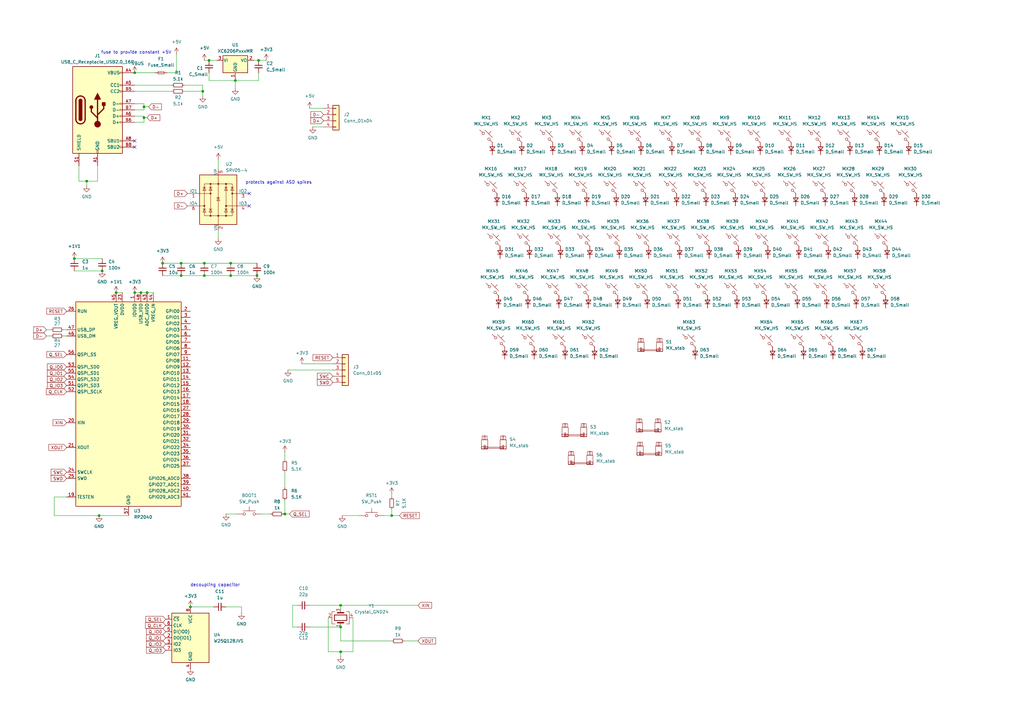
<source format=kicad_sch>
(kicad_sch (version 20231120) (generator "eeschema") (generator_version "8.0")
  (paper "A3")
  (junction (at 59.055 43.815))
  (junction (at 85.725 24.765))
  (junction (at 139.7 267.335))
  (junction (at 55.245 29.845))
  (junction (at 41.91 111.125))
  (junction (at 40.64 211.455))
  (junction (at 96.52 33.02))
  (junction (at 74.295 107.95))
  (junction (at 105.41 113.03))
  (junction (at 57.785 120.015))
  (junction (at 59.055 48.26))
  (junction (at 30.48 106.045))
  (junction (at 83.82 113.03))
  (junction (at 83.185 37.465))
  (junction (at 106.045 24.765))
  (junction (at 66.675 107.95))
  (junction (at 74.295 113.03))
  (junction (at 94.615 107.95))
  (junction (at 55.245 120.015))
  (junction (at 94.615 113.03))
  (junction (at 60.325 120.015))
  (junction (at 116.84 210.82))
  (junction (at 35.56 74.295))
  (junction (at 160.655 211.455))
  (junction (at 78.105 248.92))
  (junction (at 139.7 248.285))
  (junction (at 47.625 120.015))
  (junction (at 83.82 107.95))
  (junction (at 139.7 257.175))
  (no_connect (at 102.235 84.455))
  (no_connect (at 102.235 79.375))
  (no_connect (at 55.245 57.785))
  (no_connect (at 55.245 60.325))
  (wire (pts (xy 99.06 248.92) (xy 99.06 251.46)))
  (wire (pts (xy 92.71 210.82) (xy 97.155 210.82)))
  (wire (pts (xy 128.27 52.07) (xy 132.715 52.07)))
  (wire (pts (xy 116.84 205.105) (xy 116.84 210.82)))
  (wire (pts (xy 59.055 48.26) (xy 59.055 50.165)))
  (wire (pts (xy 104.14 24.765) (xy 106.045 24.765)))
  (wire (pts (xy 60.96 43.815) (xy 59.055 43.815)))
  (wire (pts (xy 89.535 94.615) (xy 89.535 97.79)))
  (wire (pts (xy 123.825 149.225) (xy 136.525 149.225)))
  (wire (pts (xy 83.185 37.465) (xy 83.185 39.37)))
  (wire (pts (xy 106.045 24.765) (xy 109.22 24.765)))
  (wire (pts (xy 60.325 120.015) (xy 62.865 120.015)))
  (wire (pts (xy 22.225 203.835) (xy 22.225 211.455)))
  (wire (pts (xy 27.305 203.835) (xy 22.225 203.835)))
  (wire (pts (xy 72.39 22.225) (xy 72.39 29.845)))
  (wire (pts (xy 96.52 33.02) (xy 106.045 33.02)))
  (wire (pts (xy 139.7 248.285) (xy 171.45 248.285)))
  (wire (pts (xy 121.92 248.285) (xy 120.015 248.285)))
  (wire (pts (xy 96.52 33.02) (xy 96.52 36.195)))
  (wire (pts (xy 59.055 45.085) (xy 55.245 45.085)))
  (wire (pts (xy 35.56 74.295) (xy 40.005 74.295)))
  (wire (pts (xy 96.52 32.385) (xy 96.52 33.02)))
  (wire (pts (xy 55.245 50.165) (xy 59.055 50.165)))
  (wire (pts (xy 74.295 113.03) (xy 83.82 113.03)))
  (wire (pts (xy 59.055 42.545) (xy 59.055 43.815)))
  (wire (pts (xy 40.005 74.295) (xy 40.005 67.945)))
  (wire (pts (xy 134.62 253.365) (xy 134.62 267.335)))
  (wire (pts (xy 22.225 211.455) (xy 40.64 211.455)))
  (wire (pts (xy 47.625 120.015) (xy 50.165 120.015)))
  (wire (pts (xy 66.675 107.95) (xy 74.295 107.95)))
  (wire (pts (xy 89.535 65.405) (xy 89.535 69.215)))
  (wire (pts (xy 83.82 107.95) (xy 94.615 107.95)))
  (wire (pts (xy 139.7 267.335) (xy 144.78 267.335)))
  (wire (pts (xy 106.045 29.845) (xy 106.045 33.02)))
  (wire (pts (xy 32.385 67.945) (xy 32.385 74.295)))
  (wire (pts (xy 140.335 211.455) (xy 147.32 211.455)))
  (wire (pts (xy 94.615 107.95) (xy 105.41 107.95)))
  (wire (pts (xy 55.245 47.625) (xy 59.055 47.625)))
  (wire (pts (xy 26.035 137.795) (xy 27.305 137.795)))
  (wire (pts (xy 163.83 211.455) (xy 160.655 211.455)))
  (wire (pts (xy 83.185 34.925) (xy 83.185 37.465)))
  (wire (pts (xy 134.62 267.335) (xy 139.7 267.335)))
  (wire (pts (xy 94.615 113.03) (xy 105.41 113.03)))
  (wire (pts (xy 66.675 113.03) (xy 74.295 113.03)))
  (wire (pts (xy 116.84 193.675) (xy 116.84 200.025)))
  (wire (pts (xy 160.655 208.915) (xy 160.655 211.455)))
  (wire (pts (xy 35.56 74.295) (xy 35.56 76.2)))
  (wire (pts (xy 165.735 262.89) (xy 171.45 262.89)))
  (wire (pts (xy 19.05 135.255) (xy 20.955 135.255)))
  (wire (pts (xy 55.245 37.465) (xy 70.485 37.465)))
  (wire (pts (xy 72.39 29.845) (xy 68.58 29.845)))
  (wire (pts (xy 55.245 120.015) (xy 57.785 120.015)))
  (wire (pts (xy 83.82 113.03) (xy 94.615 113.03)))
  (wire (pts (xy 139.7 267.335) (xy 139.7 269.24)))
  (wire (pts (xy 116.84 210.82) (xy 118.745 210.82)))
  (wire (pts (xy 59.055 43.815) (xy 59.055 45.085)))
  (wire (pts (xy 116.84 188.595) (xy 116.84 185.42)))
  (wire (pts (xy 127 44.45) (xy 132.715 44.45)))
  (wire (pts (xy 74.295 107.95) (xy 83.82 107.95)))
  (wire (pts (xy 59.055 47.625) (xy 59.055 48.26)))
  (wire (pts (xy 30.48 111.125) (xy 41.91 111.125)))
  (wire (pts (xy 75.565 37.465) (xy 83.185 37.465)))
  (wire (pts (xy 118.11 151.765) (xy 136.525 151.765)))
  (wire (pts (xy 85.725 24.765) (xy 88.9 24.765)))
  (wire (pts (xy 55.245 29.845) (xy 63.5 29.845)))
  (wire (pts (xy 127 257.175) (xy 139.7 257.175)))
  (wire (pts (xy 139.7 262.89) (xy 160.655 262.89)))
  (wire (pts (xy 55.245 42.545) (xy 59.055 42.545)))
  (wire (pts (xy 57.785 120.015) (xy 60.325 120.015)))
  (wire (pts (xy 78.105 248.92) (xy 87.63 248.92)))
  (wire (pts (xy 32.385 74.295) (xy 35.56 74.295)))
  (wire (pts (xy 85.725 33.02) (xy 96.52 33.02)))
  (wire (pts (xy 127 248.285) (xy 139.7 248.285)))
  (wire (pts (xy 92.71 248.92) (xy 99.06 248.92)))
  (wire (pts (xy 75.565 34.925) (xy 83.185 34.925)))
  (wire (pts (xy 116.205 210.82) (xy 116.84 210.82)))
  (wire (pts (xy 26.035 135.255) (xy 27.305 135.255)))
  (wire (pts (xy 85.725 29.845) (xy 85.725 33.02)))
  (wire (pts (xy 107.315 210.82) (xy 111.125 210.82)))
  (wire (pts (xy 139.7 248.285) (xy 139.7 249.555)))
  (wire (pts (xy 139.7 257.175) (xy 139.7 262.89)))
  (wire (pts (xy 40.64 211.455) (xy 52.705 211.455)))
  (wire (pts (xy 144.78 253.365) (xy 144.78 267.335)))
  (wire (pts (xy 160.655 211.455) (xy 157.48 211.455)))
  (wire (pts (xy 160.655 203.835) (xy 160.655 202.565)))
  (wire (pts (xy 55.245 34.925) (xy 70.485 34.925)))
  (wire (pts (xy 30.48 106.045) (xy 41.91 106.045)))
  (wire (pts (xy 120.015 257.175) (xy 121.92 257.175)))
  (wire (pts (xy 60.325 48.26) (xy 59.055 48.26)))
  (wire (pts (xy 83.82 24.765) (xy 85.725 24.765)))
  (wire (pts (xy 120.015 248.285) (xy 120.015 257.175)))
  (wire (pts (xy 19.05 137.795) (xy 20.955 137.795)))
  (text "fuse to provide constant +5V\n" (at 55.88 21.59 0) (effects (font (size 1.27 1.27))))
  (text "protects against ASD spikes\n" (at 114.3 74.93 0) (effects (font (size 1.27 1.27))))
  (text "decoupling capacitor\n" (at 88.265 240.03 0) (effects (font (size 1.27 1.27))))
  (global_label "D-" (shape input) (at 60.96 43.815 0) (property "Intersheetrefs" "${INTERSHEET_REFS}" (effects (hide yes))))
  (global_label "Q_CLK" (shape input) (at 27.305 160.655 180) (property "Intersheetrefs" "${INTERSHEET_REFS}" (effects (hide yes))))
  (global_label "RESET" (shape input) (at 163.83 211.455 0) (property "Intersheetrefs" "${INTERSHEET_REFS}" (effects (hide yes))))
  (global_label "Q_IO3" (shape input) (at 67.945 266.7 180) (property "Intersheetrefs" "${INTERSHEET_REFS}" (effects (hide yes))))
  (global_label "Q_IO2" (shape input) (at 27.305 155.575 180) (property "Intersheetrefs" "${INTERSHEET_REFS}" (effects (hide yes))))
  (global_label "XOUT" (shape input) (at 27.305 183.515 180) (property "Intersheetrefs" "${INTERSHEET_REFS}" (effects (hide yes))))
  (global_label "Q_SEL" (shape input) (at 27.305 145.415 180) (property "Intersheetrefs" "${INTERSHEET_REFS}" (effects (hide yes))))
  (global_label "Q_IO1" (shape input) (at 67.945 261.62 180) (property "Intersheetrefs" "${INTERSHEET_REFS}" (effects (hide yes))))
  (global_label "D-" (shape input) (at 132.715 46.99 180) (property "Intersheetrefs" "${INTERSHEET_REFS}" (effects (hide yes))))
  (global_label "D+" (shape input) (at 60.325 48.26 0) (property "Intersheetrefs" "${INTERSHEET_REFS}" (effects (hide yes))))
  (global_label "D+" (shape input) (at 19.05 135.255 180) (property "Intersheetrefs" "${INTERSHEET_REFS}" (effects (hide yes))))
  (global_label "Q_SEL" (shape input) (at 118.745 210.82 0) (property "Intersheetrefs" "${INTERSHEET_REFS}" (effects (hide yes))))
  (global_label "SWC" (shape input) (at 27.305 193.675 180) (property "Intersheetrefs" "${INTERSHEET_REFS}" (effects (hide yes))))
  (global_label "Q_SEL" (shape input) (at 67.945 254 180) (property "Intersheetrefs" "${INTERSHEET_REFS}" (effects (hide yes))))
  (global_label "Q_IO2" (shape input) (at 67.945 264.16 180) (property "Intersheetrefs" "${INTERSHEET_REFS}" (effects (hide yes))))
  (global_label "XOUT" (shape input) (at 171.45 262.89 0) (property "Intersheetrefs" "${INTERSHEET_REFS}" (effects (hide yes))))
  (global_label "D-" (shape input) (at 19.05 137.795 180) (property "Intersheetrefs" "${INTERSHEET_REFS}" (effects (hide yes))))
  (global_label "SWC" (shape input) (at 136.525 154.305 180) (property "Intersheetrefs" "${INTERSHEET_REFS}" (effects (hide yes))))
  (global_label "Q_IO0" (shape input) (at 67.945 259.08 180) (property "Intersheetrefs" "${INTERSHEET_REFS}" (effects (hide yes))))
  (global_label "Q_IO0" (shape input) (at 27.305 150.495 180) (property "Intersheetrefs" "${INTERSHEET_REFS}" (effects (hide yes))))
  (global_label "RESET" (shape input) (at 136.525 146.685 180) (property "Intersheetrefs" "${INTERSHEET_REFS}" (effects (hide yes))))
  (global_label "D+" (shape input) (at 76.835 79.375 180) (property "Intersheetrefs" "${INTERSHEET_REFS}" (effects (hide yes))))
  (global_label "XIN" (shape input) (at 171.45 248.285 0) (property "Intersheetrefs" "${INTERSHEET_REFS}" (effects (hide yes))))
  (global_label "Q_IO3" (shape input) (at 27.305 158.115 180) (property "Intersheetrefs" "${INTERSHEET_REFS}" (effects (hide yes))))
  (global_label "RESET" (shape input) (at 27.305 127.635 180) (property "Intersheetrefs" "${INTERSHEET_REFS}" (effects (hide yes))))
  (global_label "D-" (shape input) (at 76.835 84.455 180) (property "Intersheetrefs" "${INTERSHEET_REFS}" (effects (hide yes))))
  (global_label "Q_IO1" (shape input) (at 27.305 153.035 180) (property "Intersheetrefs" "${INTERSHEET_REFS}" (effects (hide yes))))
  (global_label "SWD" (shape input) (at 27.305 196.215 180) (property "Intersheetrefs" "${INTERSHEET_REFS}" (effects (hide yes))))
  (global_label "XIN" (shape input) (at 27.305 173.355 180) (property "Intersheetrefs" "${INTERSHEET_REFS}" (effects (hide yes))))
  (global_label "Q_CLK" (shape input) (at 67.945 256.54 180) (property "Intersheetrefs" "${INTERSHEET_REFS}" (effects (hide yes))))
  (global_label "D+" (shape input) (at 132.715 49.53 180) (property "Intersheetrefs" "${INTERSHEET_REFS}" (effects (hide yes))))
  (global_label "SWD" (shape input) (at 136.525 156.845 180) (property "Intersheetrefs" "${INTERSHEET_REFS}" (effects (hide yes))))
  (symbol (lib_id "PCM_marbastlib-mx:MX_SW_HS_CPG151101S11") (at 274.955 76.835 0) (unit 1)
    (property "Reference" "MX22" (at 274.955 69.215 0))
    (property "Value" "MX_SW_HS" (at 274.955 71.755 0))
    (property "Footprint" "PCM_marbastlib-mx:SW_MX_1u" (effects (hide yes)))
    (property "Description" "Push button switch, normally open, two pins, 45° tilted, Kailh CPG151101S11 for Cherry MX style switches" (effects (hide yes)))
  )
  (symbol (lib_id "PCM_marbastlib-mx:MX_SW_HS_CPG151101S11") (at 325.12 98.425 0) (unit 1)
    (property "Reference" "MX41" (at 325.12 90.805 0))
    (property "Value" "MX_SW_HS" (at 325.12 93.345 0))
    (property "Footprint" "PCM_marbastlib-mx:SW_MX_1u" (effects (hide yes)))
    (property "Description" "Push button switch, normally open, two pins, 45° tilted, Kailh CPG151101S11 for Cherry MX style switches" (effects (hide yes)))
  )
  (symbol (lib_id "Device:C_Small") (at 124.46 248.285 90) (unit 1)
    (property "Reference" "C10" (at 124.4663 241.3 90))
    (property "Value" "22p" (at 124.4663 243.84 90))
    (property "Footprint" "Capacitor_SMD:C_0402_1005Metric" (effects (hide yes)))
    (property "Description" "Unpolarized capacitor, small symbol" (effects (hide yes)))
  )
  (symbol (lib_id "Device:D_Small") (at 290.195 123.825 90) (unit 1)
    (property "Reference" "D52" (at 292.1 122.5549 90) (effects (justify right)))
    (property "Value" "D_Small" (at 292.1 125.0949 90) (effects (justify right)))
    (property "Footprint" "Diode_SMD:D_SOD-123" (effects (hide yes)))
    (property "Description" "Diode, small symbol" (effects (hide yes)))
    (property "Sim.Device" "D" (effects (hide yes)))
    (property "Sim.Pins" "1=K 2=A" (effects (hide yes)))
  )
  (symbol (lib_id "PCM_marbastlib-various:SRV05-4") (at 89.535 81.915 0) (unit 1)
    (property "Reference" "U2" (at 92.5515 67.31 0) (effects (justify left)))
    (property "Value" "SRV05-4" (at 92.5515 69.85 0) (effects (justify left)))
    (property "Footprint" "PCM_marbastlib-various:SOT-23-6-routable" (effects (hide yes)))
    (property "Datasheet" "http://www.onsemi.com/pub/Collateral/SRV05-4-D.PDF" (effects (hide yes)))
    (property "Description" "ESD Protection Diodes with Low Clamping Voltage, SOT-23-6" (effects (hide yes)))
  )
  (symbol (lib_id "Device:D_Small") (at 360.68 60.96 90) (unit 1)
    (property "Reference" "D14" (at 362.585 59.6899 90) (effects (justify right)))
    (property "Value" "D_Small" (at 362.585 62.2299 90) (effects (justify right)))
    (property "Footprint" "Diode_SMD:D_SOD-123" (effects (hide yes)))
    (property "Description" "Diode, small symbol" (effects (hide yes)))
    (property "Sim.Device" "D" (effects (hide yes)))
    (property "Sim.Pins" "1=K 2=A" (effects (hide yes)))
  )
  (symbol (lib_id "PCM_marbastlib-mx:MX_SW_HS_CPG151101S11") (at 287.655 118.745 0) (unit 1)
    (property "Reference" "MX52" (at 287.655 111.125 0))
    (property "Value" "MX_SW_HS" (at 287.655 113.665 0))
    (property "Footprint" "PCM_marbastlib-mx:SW_MX_1u" (effects (hide yes)))
    (property "Description" "Push button switch, normally open, two pins, 45° tilted, Kailh CPG151101S11 for Cherry MX style switches" (effects (hide yes)))
  )
  (symbol (lib_id "Device:D_Small") (at 353.695 144.78 90) (unit 1)
    (property "Reference" "D67" (at 355.6 143.5099 90) (effects (justify right)))
    (property "Value" "D_Small" (at 355.6 146.0499 90) (effects (justify right)))
    (property "Footprint" "Diode_SMD:D_SOD-123" (effects (hide yes)))
    (property "Description" "Diode, small symbol" (effects (hide yes)))
    (property "Sim.Device" "D" (effects (hide yes)))
    (property "Sim.Pins" "1=K 2=A" (effects (hide yes)))
  )
  (symbol (lib_id "Device:D_Small") (at 289.56 81.915 90) (unit 1)
    (property "Reference" "D23" (at 291.465 80.6449 90) (effects (justify right)))
    (property "Value" "D_Small" (at 291.465 83.1849 90) (effects (justify right)))
    (property "Footprint" "Diode_SMD:D_SOD-123" (effects (hide yes)))
    (property "Description" "Diode, small symbol" (effects (hide yes)))
    (property "Sim.Device" "D" (effects (hide yes)))
    (property "Sim.Pins" "1=K 2=A" (effects (hide yes)))
  )
  (symbol (lib_id "PCM_marbastlib-mx:MX_stab") (at 266.3316 184.1931 0) (unit 1)
    (property "Reference" "S5" (at 272.6816 182.796 0) (effects (justify left)))
    (property "Value" "MX_stab" (at 272.6816 185.336 0) (effects (justify left)))
    (property "Footprint" "PCM_marbastlib-mx:SW_MX_1.5u" (effects (hide yes)))
    (property "Description" "Cherry MX-style stabilizer" (effects (hide yes)))
  )
  (symbol (lib_id "power:+3V3") (at 123.825 149.225 0) (unit 1)
    (property "Reference" "#PWR018" (effects (hide yes)))
    (property "Value" "+3V3" (at 123.825 144.78 0))
    (property "Description" "Power symbol creates a global label with name \"+3V3\"" (effects (hide yes)))
  )
  (symbol (lib_id "Device:R_Small") (at 116.84 202.565 180) (unit 1)
    (property "Reference" "R6" (at 119.38 201.2949 0) (effects (justify right)))
    (property "Value" "5.1K" (at 119.38 203.8349 0) (effects (justify right)))
    (property "Footprint" "Resistor_SMD:R_01005_0402Metric" (effects (hide yes)))
    (property "Description" "Resistor, small symbol" (effects (hide yes)))
  )
  (symbol (lib_id "power:+5V") (at 127 44.45 0) (unit 1)
    (property "Reference" "#PWR07" (effects (hide yes)))
    (property "Value" "+5V" (at 127 39.37 0))
    (property "Description" "Power symbol creates a global label with name \"+5V\"" (effects (hide yes)))
  )
  (symbol (lib_id "PCM_marbastlib-mx:MX_stab") (at 266.065 174.625 0) (unit 1)
    (property "Reference" "S2" (at 272.415 173.2279 0) (effects (justify left)))
    (property "Value" "MX_stab" (at 272.415 175.7679 0) (effects (justify left)))
    (property "Footprint" "PCM_marbastlib-mx:SW_MX_1.5u" (effects (hide yes)))
    (property "Description" "Cherry MX-style stabilizer" (effects (hide yes)))
  )
  (symbol (lib_id "Device:D_Small") (at 238.76 60.96 90) (unit 1)
    (property "Reference" "D4" (at 240.665 59.6899 90) (effects (justify right)))
    (property "Value" "D_Small" (at 240.665 62.2299 90) (effects (justify right)))
    (property "Footprint" "Diode_SMD:D_SOD-123" (effects (hide yes)))
    (property "Description" "Diode, small symbol" (effects (hide yes)))
    (property "Sim.Device" "D" (effects (hide yes)))
    (property "Sim.Pins" "1=K 2=A" (effects (hide yes)))
  )
  (symbol (lib_id "power:GND") (at 140.335 211.455 0) (unit 1)
    (property "Reference" "#PWR024" (effects (hide yes)))
    (property "Value" "GND" (at 140.335 215.9 0))
    (property "Description" "Power symbol creates a global label with name \"GND\" , ground" (effects (hide yes)))
  )
  (symbol (lib_id "Device:D_Small") (at 226.695 60.96 90) (unit 1)
    (property "Reference" "D3" (at 228.6 59.6899 90) (effects (justify right)))
    (property "Value" "D_Small" (at 228.6 62.2299 90) (effects (justify right)))
    (property "Footprint" "Diode_SMD:D_SOD-123" (effects (hide yes)))
    (property "Description" "Diode, small symbol" (effects (hide yes)))
    (property "Sim.Device" "D" (effects (hide yes)))
    (property "Sim.Pins" "1=K 2=A" (effects (hide yes)))
  )
  (symbol (lib_id "PCM_marbastlib-mx:MX_SW_HS_CPG151101S11") (at 273.05 55.88 0) (unit 1)
    (property "Reference" "MX7" (at 273.05 48.26 0))
    (property "Value" "MX_SW_HS" (at 273.05 50.8 0))
    (property "Footprint" "PCM_marbastlib-mx:SW_MX_1u" (effects (hide yes)))
    (property "Description" "Push button switch, normally open, two pins, 45° tilted, Kailh CPG151101S11 for Cherry MX style switches" (effects (hide yes)))
  )
  (symbol (lib_id "Device:Fuse_Small") (at 66.04 29.845 0) (unit 1)
    (property "Reference" "F1" (at 66.04 24.13 0))
    (property "Value" "Fuse_Small" (at 66.04 26.67 0))
    (property "Footprint" "Fuse:Fuse_1206_3216Metric" (effects (hide yes)))
    (property "Description" "Fuse, small symbol" (effects (hide yes)))
  )
  (symbol (lib_id "Device:D_Small") (at 314.325 123.825 90) (unit 1)
    (property "Reference" "D54" (at 316.23 122.5549 90) (effects (justify right)))
    (property "Value" "D_Small" (at 316.23 125.0949 90) (effects (justify right)))
    (property "Footprint" "Diode_SMD:D_SOD-123" (effects (hide yes)))
    (property "Description" "Diode, small symbol" (effects (hide yes)))
    (property "Sim.Device" "D" (effects (hide yes)))
    (property "Sim.Pins" "1=K 2=A" (effects (hide yes)))
  )
  (symbol (lib_id "power:+5V") (at 72.39 22.225 0) (unit 1)
    (property "Reference" "#PWR01" (effects (hide yes)))
    (property "Value" "+5V" (at 72.39 17.145 0))
    (property "Description" "Power symbol creates a global label with name \"+5V\"" (effects (hide yes)))
  )
  (symbol (lib_id "Device:D_Small") (at 375.92 81.915 90) (unit 1)
    (property "Reference" "D30" (at 377.825 80.6449 90) (effects (justify right)))
    (property "Value" "D_Small" (at 377.825 83.1849 90) (effects (justify right)))
    (property "Footprint" "Diode_SMD:D_SOD-123" (effects (hide yes)))
    (property "Description" "Diode, small symbol" (effects (hide yes)))
    (property "Sim.Device" "D" (effects (hide yes)))
    (property "Sim.Pins" "1=K 2=A" (effects (hide yes)))
  )
  (symbol (lib_id "PCM_marbastlib-mx:MX_SW_HS_CPG151101S11") (at 226.695 118.745 0) (unit 1)
    (property "Reference" "MX47" (at 226.695 111.125 0))
    (property "Value" "MX_SW_HS" (at 226.695 113.665 0))
    (property "Footprint" "PCM_marbastlib-mx:SW_MX_1u" (effects (hide yes)))
    (property "Description" "Push button switch, normally open, two pins, 45° tilted, Kailh CPG151101S11 for Cherry MX style switches" (effects (hide yes)))
  )
  (symbol (lib_id "PCM_marbastlib-mx:MX_SW_HS_CPG151101S11") (at 241.3 139.7 0) (unit 1)
    (property "Reference" "MX62" (at 241.3 132.08 0))
    (property "Value" "MX_SW_HS" (at 241.3 134.62 0))
    (property "Footprint" "PCM_marbastlib-mx:SW_MX_1.25u" (effects (hide yes)))
    (property "Description" "Push button switch, normally open, two pins, 45° tilted, Kailh CPG151101S11 for Cherry MX style switches" (effects (hide yes)))
  )
  (symbol (lib_id "PCM_marbastlib-mx:MX_SW_HS_CPG151101S11") (at 213.36 76.835 0) (unit 1)
    (property "Reference" "MX17" (at 213.36 69.215 0))
    (property "Value" "MX_SW_HS" (at 213.36 71.755 0))
    (property "Footprint" "PCM_marbastlib-mx:SW_MX_1u" (effects (hide yes)))
    (property "Description" "Push button switch, normally open, two pins, 45° tilted, Kailh CPG151101S11 for Cherry MX style switches" (effects (hide yes)))
  )
  (symbol (lib_id "Device:R_Small") (at 73.025 37.465 90) (unit 1)
    (property "Reference" "R2" (at 73.025 40.005 90))
    (property "Value" "5.1k" (at 73.025 42.545 90))
    (property "Footprint" "Resistor_SMD:R_01005_0402Metric" (effects (hide yes)))
    (property "Description" "Resistor, small symbol" (effects (hide yes)))
  )
  (symbol (lib_id "Device:D_Small") (at 339.09 123.825 90) (unit 1)
    (property "Reference" "D56" (at 340.995 122.5549 90) (effects (justify right)))
    (property "Value" "D_Small" (at 340.995 125.0949 90) (effects (justify right)))
    (property "Footprint" "Diode_SMD:D_SOD-123" (effects (hide yes)))
    (property "Description" "Diode, small symbol" (effects (hide yes)))
    (property "Sim.Device" "D" (effects (hide yes)))
    (property "Sim.Pins" "1=K 2=A" (effects (hide yes)))
  )
  (symbol (lib_id "Device:D_Small") (at 215.9 81.915 90) (unit 1)
    (property "Reference" "D17" (at 217.805 80.6449 90) (effects (justify right)))
    (property "Value" "D_Small" (at 217.805 83.1849 90) (effects (justify right)))
    (property "Footprint" "Diode_SMD:D_SOD-123" (effects (hide yes)))
    (property "Description" "Diode, small symbol" (effects (hide yes)))
    (property "Sim.Device" "D" (effects (hide yes)))
    (property "Sim.Pins" "1=K 2=A" (effects (hide yes)))
  )
  (symbol (lib_id "PCM_marbastlib-mx:MX_SW_HS_CPG151101S11") (at 199.39 55.88 0) (unit 1)
    (property "Reference" "MX1" (at 199.39 48.26 0))
    (property "Value" "MX_SW_HS" (at 199.39 50.8 0))
    (property "Footprint" "PCM_marbastlib-mx:SW_MX_1u" (effects (hide yes)))
    (property "Description" "Push button switch, normally open, two pins, 45° tilted, Kailh CPG151101S11 for Cherry MX style switches" (effects (hide yes)))
  )
  (symbol (lib_id "Device:D_Small") (at 362.585 81.915 90) (unit 1)
    (property "Reference" "D29" (at 364.49 80.6449 90) (effects (justify right)))
    (property "Value" "D_Small" (at 364.49 83.1849 90) (effects (justify right)))
    (property "Footprint" "Diode_SMD:D_SOD-123" (effects (hide yes)))
    (property "Description" "Diode, small symbol" (effects (hide yes)))
    (property "Sim.Device" "D" (effects (hide yes)))
    (property "Sim.Pins" "1=K 2=A" (effects (hide yes)))
  )
  (symbol (lib_id "Device:C_Small") (at 90.17 248.92 90) (unit 1)
    (property "Reference" "C11" (at 90.1763 242.57 90))
    (property "Value" "1u" (at 90.1763 245.11 90))
    (property "Footprint" "Capacitor_SMD:C_0402_1005Metric" (effects (hide yes)))
    (property "Description" "Unpolarized capacitor, small symbol" (effects (hide yes)))
  )
  (symbol (lib_id "PCM_marbastlib-mx:MX_SW_HS_CPG151101S11") (at 360.045 76.835 0) (unit 1)
    (property "Reference" "MX29" (at 360.045 69.215 0))
    (property "Value" "MX_SW_HS" (at 360.045 71.755 0))
    (property "Footprint" "PCM_marbastlib-mx:SW_MX_1u" (effects (hide yes)))
    (property "Description" "Push button switch, normally open, two pins, 45° tilted, Kailh CPG151101S11 for Cherry MX style switches" (effects (hide yes)))
  )
  (symbol (lib_id "Device:D_Small") (at 327.66 103.505 90) (unit 1)
    (property "Reference" "D41" (at 329.565 102.2349 90) (effects (justify right)))
    (property "Value" "D_Small" (at 329.565 104.7749 90) (effects (justify right)))
    (property "Footprint" "Diode_SMD:D_SOD-123" (effects (hide yes)))
    (property "Description" "Diode, small symbol" (effects (hide yes)))
    (property "Sim.Device" "D" (effects (hide yes)))
    (property "Sim.Pins" "1=K 2=A" (effects (hide yes)))
  )
  (symbol (lib_id "Device:D_Small") (at 243.84 144.78 90) (unit 1)
    (property "Reference" "D62" (at 245.745 143.5099 90) (effects (justify right)))
    (property "Value" "D_Small" (at 245.745 146.0499 90) (effects (justify right)))
    (property "Footprint" "Diode_SMD:D_SOD-123" (effects (hide yes)))
    (property "Description" "Diode, small symbol" (effects (hide yes)))
    (property "Sim.Device" "D" (effects (hide yes)))
    (property "Sim.Pins" "1=K 2=A" (effects (hide yes)))
  )
  (symbol (lib_id "Device:D_Small") (at 217.17 103.505 90) (unit 1)
    (property "Reference" "D32" (at 219.075 102.2349 90) (effects (justify right)))
    (property "Value" "D_Small" (at 219.075 104.7749 90) (effects (justify right)))
    (property "Footprint" "Diode_SMD:D_SOD-123" (effects (hide yes)))
    (property "Description" "Diode, small symbol" (effects (hide yes)))
    (property "Sim.Device" "D" (effects (hide yes)))
    (property "Sim.Pins" "1=K 2=A" (effects (hide yes)))
  )
  (symbol (lib_id "Device:D_Small") (at 228.6 81.915 90) (unit 1)
    (property "Reference" "D18" (at 230.505 80.6449 90) (effects (justify right)))
    (property "Value" "D_Small" (at 230.505 83.1849 90) (effects (justify right)))
    (property "Footprint" "Diode_SMD:D_SOD-123" (effects (hide yes)))
    (property "Description" "Diode, small symbol" (effects (hide yes)))
    (property "Sim.Device" "D" (effects (hide yes)))
    (property "Sim.Pins" "1=K 2=A" (effects (hide yes)))
  )
  (symbol (lib_id "PCM_marbastlib-mx:MX_SW_HS_CPG151101S11") (at 248.285 55.88 0) (unit 1)
    (property "Reference" "MX5" (at 248.285 48.26 0))
    (property "Value" "MX_SW_HS" (at 248.285 50.8 0))
    (property "Footprint" "PCM_marbastlib-mx:SW_MX_1u" (effects (hide yes)))
    (property "Description" "Push button switch, normally open, two pins, 45° tilted, Kailh CPG151101S11 for Cherry MX style switches" (effects (hide yes)))
  )
  (symbol (lib_id "PCM_marbastlib-mx:MX_SW_HS_CPG151101S11") (at 360.68 118.745 0) (unit 1)
    (property "Reference" "MX58" (at 360.68 111.125 0))
    (property "Value" "MX_SW_HS" (at 360.68 113.665 0))
    (property "Footprint" "PCM_marbastlib-mx:SW_MX_1u" (effects (hide yes)))
    (property "Description" "Push button switch, normally open, two pins, 45° tilted, Kailh CPG151101S11 for Cherry MX style switches" (effects (hide yes)))
  )
  (symbol (lib_id "Device:D_Small") (at 277.495 81.915 90) (unit 1)
    (property "Reference" "D22" (at 279.4 80.6449 90) (effects (justify right)))
    (property "Value" "D_Small" (at 279.4 83.1849 90) (effects (justify right)))
    (property "Footprint" "Diode_SMD:D_SOD-123" (effects (hide yes)))
    (property "Description" "Diode, small symbol" (effects (hide yes)))
    (property "Sim.Device" "D" (effects (hide yes)))
    (property "Sim.Pins" "1=K 2=A" (effects (hide yes)))
  )
  (symbol (lib_id "PCM_marbastlib-mx:MX_SW_HS_CPG151101S11") (at 324.485 118.745 0) (unit 1)
    (property "Reference" "MX55" (at 324.485 111.125 0))
    (property "Value" "MX_SW_HS" (at 324.485 113.665 0))
    (property "Footprint" "PCM_marbastlib-mx:SW_MX_1u" (effects (hide yes)))
    (property "Description" "Push button switch, normally open, two pins, 45° tilted, Kailh CPG151101S11 for Cherry MX style switches" (effects (hide yes)))
  )
  (symbol (lib_id "Device:D_Small") (at 275.59 60.96 90) (unit 1)
    (property "Reference" "D7" (at 277.495 59.6899 90) (effects (justify right)))
    (property "Value" "D_Small" (at 277.495 62.2299 90) (effects (justify right)))
    (property "Footprint" "Diode_SMD:D_SOD-123" (effects (hide yes)))
    (property "Description" "Diode, small symbol" (effects (hide yes)))
    (property "Sim.Device" "D" (effects (hide yes)))
    (property "Sim.Pins" "1=K 2=A" (effects (hide yes)))
  )
  (symbol (lib_id "Device:D_Small") (at 351.155 123.825 90) (unit 1)
    (property "Reference" "D57" (at 353.06 122.5549 90) (effects (justify right)))
    (property "Value" "D_Small" (at 353.06 125.0949 90) (effects (justify right)))
    (property "Footprint" "Diode_SMD:D_SOD-123" (effects (hide yes)))
    (property "Description" "Diode, small symbol" (effects (hide yes)))
    (property "Sim.Device" "D" (effects (hide yes)))
    (property "Sim.Pins" "1=K 2=A" (effects (hide yes)))
  )
  (symbol (lib_id "PCM_marbastlib-mx:MX_SW_HS_CPG151101S11") (at 250.19 76.835 0) (unit 1)
    (property "Reference" "MX20" (at 250.19 69.215 0))
    (property "Value" "MX_SW_HS" (at 250.19 71.755 0))
    (property "Footprint" "PCM_marbastlib-mx:SW_MX_1u" (effects (hide yes)))
    (property "Description" "Push button switch, normally open, two pins, 45° tilted, Kailh CPG151101S11 for Cherry MX style switches" (effects (hide yes)))
  )
  (symbol (lib_id "Memory_Flash:W25Q128JVS") (at 78.105 261.62 0) (unit 1)
    (property "Reference" "U4" (at 87.63 260.3499 0) (effects (justify left)))
    (property "Value" "W25Q128JVS" (at 87.63 262.8899 0) (effects (justify left)))
    (property "Footprint" "Package_SO:SOIC-8_5.23x5.23mm_P1.27mm" (effects (hide yes)))
    (property "Datasheet" "https://www.winbond.com/resource-files/w25q128jv_dtr%20revc%2003272018%20plus.pdf" (effects (hide yes)))
    (property "Description" "128Mb Serial Flash Memory, Standard/Dual/Quad SPI, SOIC-8" (effects (hide yes)))
  )
  (symbol (lib_id "power:GND") (at 118.11 151.765 0) (unit 1)
    (property "Reference" "#PWR019" (effects (hide yes)))
    (property "Value" "GND" (at 118.11 156.21 0))
    (property "Description" "Power symbol creates a global label with name \"GND\" , ground" (effects (hide yes)))
  )
  (symbol (lib_id "Device:D_Small") (at 240.665 81.915 90) (unit 1)
    (property "Reference" "D19" (at 242.57 80.6449 90) (effects (justify right)))
    (property "Value" "D_Small" (at 242.57 83.1849 90) (effects (justify right)))
    (property "Footprint" "Diode_SMD:D_SOD-123" (effects (hide yes)))
    (property "Description" "Diode, small symbol" (effects (hide yes)))
    (property "Sim.Device" "D" (effects (hide yes)))
    (property "Sim.Pins" "1=K 2=A" (effects (hide yes)))
  )
  (symbol (lib_id "PCM_marbastlib-mx:MX_SW_HS_CPG151101S11") (at 262.89 118.745 0) (unit 1)
    (property "Reference" "MX50" (at 262.89 111.125 0))
    (property "Value" "MX_SW_HS" (at 262.89 113.665 0))
    (property "Footprint" "PCM_marbastlib-mx:SW_MX_1u" (effects (hide yes)))
    (property "Description" "Push button switch, normally open, two pins, 45° tilted, Kailh CPG151101S11 for Cherry MX style switches" (effects (hide yes)))
  )
  (symbol (lib_id "PCM_marbastlib-mx:MX_SW_HS_CPG151101S11") (at 226.06 76.835 0) (unit 1)
    (property "Reference" "MX18" (at 226.06 69.215 0))
    (property "Value" "MX_SW_HS" (at 226.06 71.755 0))
    (property "Footprint" "PCM_marbastlib-mx:SW_MX_1u" (effects (hide yes)))
    (property "Description" "Push button switch, normally open, two pins, 45° tilted, Kailh CPG151101S11 for Cherry MX style switches" (effects (hide yes)))
  )
  (symbol (lib_id "PCM_marbastlib-mx:MX_SW_HS_CPG151101S11") (at 238.76 118.745 0) (unit 1)
    (property "Reference" "MX48" (at 238.76 111.125 0))
    (property "Value" "MX_SW_HS" (at 238.76 113.665 0))
    (property "Footprint" "PCM_marbastlib-mx:SW_MX_1u" (effects (hide yes)))
    (property "Description" "Push button switch, normally open, two pins, 45° tilted, Kailh CPG151101S11 for Cherry MX style switches" (effects (hide yes)))
  )
  (symbol (lib_id "Device:D_Small") (at 363.855 103.505 90) (unit 1)
    (property "Reference" "D44" (at 365.76 102.2349 90) (effects (justify right)))
    (property "Value" "D_Small" (at 365.76 104.7749 90) (effects (justify right)))
    (property "Footprint" "Diode_SMD:D_SOD-123" (effects (hide yes)))
    (property "Description" "Diode, small symbol" (effects (hide yes)))
    (property "Sim.Device" "D" (effects (hide yes)))
    (property "Sim.Pins" "1=K 2=A" (effects (hide yes)))
  )
  (symbol (lib_id "PCM_marbastlib-mx:MX_SW_HS_CPG151101S11") (at 314.325 139.7 0) (unit 1)
    (property "Reference" "MX64" (at 314.325 132.08 0))
    (property "Value" "MX_SW_HS" (at 314.325 134.62 0))
    (property "Footprint" "PCM_marbastlib-mx:SW_MX_1.25u" (effects (hide yes)))
    (property "Description" "Push button switch, normally open, two pins, 45° tilted, Kailh CPG151101S11 for Cherry MX style switches" (effects (hide yes)))
  )
  (symbol (lib_id "Device:C_Small") (at 41.91 108.585 0) (unit 1)
    (property "Reference" "C4" (at 44.45 107.3212 0) (effects (justify left)))
    (property "Value" "100n" (at 44.45 109.8612 0) (effects (justify left)))
    (property "Footprint" "Capacitor_SMD:C_0402_1005Metric" (effects (hide yes)))
    (property "Description" "Unpolarized capacitor, small symbol" (effects (hide yes)))
  )
  (symbol (lib_id "Device:D_Small") (at 207.01 144.78 90) (unit 1)
    (property "Reference" "D59" (at 208.915 143.5099 90) (effects (justify right)))
    (property "Value" "D_Small" (at 208.915 146.0499 90) (effects (justify right)))
    (property "Footprint" "Diode_SMD:D_SOD-123" (effects (hide yes)))
    (property "Description" "Diode, small symbol" (effects (hide yes)))
    (property "Sim.Device" "D" (effects (hide yes)))
    (property "Sim.Pins" "1=K 2=A" (effects (hide yes)))
  )
  (symbol (lib_id "Device:R_Small") (at 113.665 210.82 90) (unit 1)
    (property "Reference" "R8" (at 113.665 205.74 90))
    (property "Value" "1k" (at 113.665 208.28 90))
    (property "Footprint" "Resistor_SMD:R_01005_0402Metric" (effects (hide yes)))
    (property "Description" "Resistor, small symbol" (effects (hide yes)))
  )
  (symbol (lib_id "Device:D_Small") (at 302.895 103.505 90) (unit 1)
    (property "Reference" "D39" (at 304.8 102.2349 90) (effects (justify right)))
    (property "Value" "D_Small" (at 304.8 104.7749 90) (effects (justify right)))
    (property "Footprint" "Diode_SMD:D_SOD-123" (effects (hide yes)))
    (property "Description" "Diode, small symbol" (effects (hide yes)))
    (property "Sim.Device" "D" (effects (hide yes)))
    (property "Sim.Pins" "1=K 2=A" (effects (hide yes)))
  )
  (symbol (lib_id "Device:D_Small") (at 336.55 60.96 90) (unit 1)
    (property "Reference" "D12" (at 338.455 59.6899 90) (effects (justify right)))
    (property "Value" "D_Small" (at 338.455 62.2299 90) (effects (justify right)))
    (property "Footprint" "Diode_SMD:D_SOD-123" (effects (hide yes)))
    (property "Description" "Diode, small symbol" (effects (hide yes)))
    (property "Sim.Device" "D" (effects (hide yes)))
    (property "Sim.Pins" "1=K 2=A" (effects (hide yes)))
  )
  (symbol (lib_id "power:VBUS") (at 55.245 29.845 0) (unit 1)
    (property "Reference" "#PWR04" (effects (hide yes)))
    (property "Value" "VBUS" (at 56.515 26.035 0))
    (property "Description" "Power symbol creates a global label with name \"VBUS\"" (effects (hide yes)))
  )
  (symbol (lib_id "Device:D_Small") (at 266.065 103.505 90) (unit 1)
    (property "Reference" "D36" (at 267.97 102.2349 90) (effects (justify right)))
    (property "Value" "D_Small" (at 267.97 104.7749 90) (effects (justify right)))
    (property "Footprint" "Diode_SMD:D_SOD-123" (effects (hide yes)))
    (property "Description" "Diode, small symbol" (effects (hide yes)))
    (property "Sim.Device" "D" (effects (hide yes)))
    (property "Sim.Pins" "1=K 2=A" (effects (hide yes)))
  )
  (symbol (lib_id "MCU_RaspberryPi:RP2040") (at 52.705 165.735 0) (unit 1)
    (property "Reference" "U3" (at 54.8991 209.55 0) (effects (justify left)))
    (property "Value" "RP2040" (at 54.8991 212.09 0) (effects (justify left)))
    (property "Footprint" "Package_DFN_QFN:QFN-56-1EP_7x7mm_P0.4mm_EP3.2x3.2mm" (effects (hide yes)))
    (property "Datasheet" "https://datasheets.raspberrypi.com/rp2040/rp2040-datasheet.pdf" (effects (hide yes)))
    (property "Description" "A microcontroller by Raspberry Pi" (effects (hide yes)))
  )
  (symbol (lib_id "PCM_marbastlib-mx:MX_SW_HS_CPG151101S11") (at 349.25 98.425 0) (unit 1)
    (property "Reference" "MX43" (at 349.25 90.805 0))
    (property "Value" "MX_SW_HS" (at 349.25 93.345 0))
    (property "Footprint" "PCM_marbastlib-mx:SW_MX_1.5u" (effects (hide yes)))
    (property "Description" "Push button switch, normally open, two pins, 45° tilted, Kailh CPG151101S11 for Cherry MX style switches" (effects (hide yes)))
  )
  (symbol (lib_id "Device:D_Small") (at 339.725 103.505 90) (unit 1)
    (property "Reference" "D42" (at 341.63 102.2349 90) (effects (justify right)))
    (property "Value" "D_Small" (at 341.63 104.7749 90) (effects (justify right)))
    (property "Footprint" "Diode_SMD:D_SOD-123" (effects (hide yes)))
    (property "Description" "Diode, small symbol" (effects (hide yes)))
    (property "Sim.Device" "D" (effects (hide yes)))
    (property "Sim.Pins" "1=K 2=A" (effects (hide yes)))
  )
  (symbol (lib_id "Device:R_Small") (at 116.84 191.135 180) (unit 1)
    (property "Reference" "R5" (at 119.38 189.8649 0) (effects (justify right)))
    (property "Value" "5.1K" (at 119.38 192.4049 0) (effects (justify right)))
    (property "Footprint" "Resistor_SMD:R_01005_0402Metric" (effects (hide yes)))
    (property "Description" "Resistor, small symbol" (effects (hide yes)))
  )
  (symbol (lib_id "PCM_marbastlib-mx:MX_SW_HS_CPG151101S11") (at 276.225 98.425 0) (unit 1)
    (property "Reference" "MX37" (at 276.225 90.805 0))
    (property "Value" "MX_SW_HS" (at 276.225 93.345 0))
    (property "Footprint" "PCM_marbastlib-mx:SW_MX_1u" (effects (hide yes)))
    (property "Description" "Push button switch, normally open, two pins, 45° tilted, Kailh CPG151101S11 for Cherry MX style switches" (effects (hide yes)))
  )
  (symbol (lib_id "Device:D_Small") (at 285.115 144.78 90) (unit 1)
    (property "Reference" "D63" (at 287.02 143.5099 90) (effects (justify right)))
    (property "Value" "D_Small" (at 287.02 146.0499 90) (effects (justify right)))
    (property "Footprint" "Diode_SMD:D_SOD-123" (effects (hide yes)))
    (property "Description" "Diode, small symbol" (effects (hide yes)))
    (property "Sim.Device" "D" (effects (hide yes)))
    (property "Sim.Pins" "1=K 2=A" (effects (hide yes)))
  )
  (symbol (lib_id "Device:R_Small") (at 23.495 135.255 270) (unit 1)
    (property "Reference" "R3" (at 23.495 130.81 90))
    (property "Value" "27" (at 23.495 132.715 90))
    (property "Footprint" "Resistor_SMD:R_01005_0402Metric" (effects (hide yes)))
    (property "Description" "Resistor, small symbol" (effects (hide yes)))
  )
  (symbol (lib_id "Device:D_Small") (at 204.47 123.825 90) (unit 1)
    (property "Reference" "D45" (at 206.375 122.5549 90) (effects (justify right)))
    (property "Value" "D_Small" (at 206.375 125.0949 90) (effects (justify right)))
    (property "Footprint" "Diode_SMD:D_SOD-123" (effects (hide yes)))
    (property "Description" "Diode, small symbol" (effects (hide yes)))
    (property "Sim.Device" "D" (effects (hide yes)))
    (property "Sim.Pins" "1=K 2=A" (effects (hide yes)))
  )
  (symbol (lib_id "PCM_marbastlib-mx:MX_SW_HS_CPG151101S11") (at 211.455 55.88 0) (unit 1)
    (property "Reference" "MX2" (at 211.455 48.26 0))
    (property "Value" "MX_SW_HS" (at 211.455 50.8 0))
    (property "Footprint" "PCM_marbastlib-mx:SW_MX_1u" (effects (hide yes)))
    (property "Description" "Push button switch, normally open, two pins, 45° tilted, Kailh CPG151101S11 for Cherry MX style switches" (effects (hide yes)))
  )
  (symbol (lib_id "PCM_marbastlib-mx:MX_SW_HS_CPG151101S11") (at 288.29 98.425 0) (unit 1)
    (property "Reference" "MX38" (at 288.29 90.805 0))
    (property "Value" "MX_SW_HS" (at 288.29 93.345 0))
    (property "Footprint" "PCM_marbastlib-mx:SW_MX_1u" (effects (hide yes)))
    (property "Description" "Push button switch, normally open, two pins, 45° tilted, Kailh CPG151101S11 for Cherry MX style switches" (effects (hide yes)))
  )
  (symbol (lib_id "PCM_marbastlib-mx:MX_SW_HS_CPG151101S11") (at 236.22 55.88 0) (unit 1)
    (property "Reference" "MX4" (at 236.22 48.26 0))
    (property "Value" "MX_SW_HS" (at 236.22 50.8 0))
    (property "Footprint" "PCM_marbastlib-mx:SW_MX_1u" (effects (hide yes)))
    (property "Description" "Push button switch, normally open, two pins, 45° tilted, Kailh CPG151101S11 for Cherry MX style switches" (effects (hide yes)))
  )
  (symbol (lib_id "Device:D_Small") (at 250.825 60.96 90) (unit 1)
    (property "Reference" "D5" (at 252.73 59.6899 90) (effects (justify right)))
    (property "Value" "D_Small" (at 252.73 62.2299 90) (effects (justify right)))
    (property "Footprint" "Diode_SMD:D_SOD-123" (effects (hide yes)))
    (property "Description" "Diode, small symbol" (effects (hide yes)))
    (property "Sim.Device" "D" (effects (hide yes)))
    (property "Sim.Pins" "1=K 2=A" (effects (hide yes)))
  )
  (symbol (lib_id "Device:D_Small") (at 264.795 81.915 90) (unit 1)
    (property "Reference" "D21" (at 266.7 80.6449 90) (effects (justify right)))
    (property "Value" "D_Small" (at 266.7 83.1849 90) (effects (justify right)))
    (property "Footprint" "Diode_SMD:D_SOD-123" (effects (hide yes)))
    (property "Description" "Diode, small symbol" (effects (hide yes)))
    (property "Sim.Device" "D" (effects (hide yes)))
    (property "Sim.Pins" "1=K 2=A" (effects (hide yes)))
  )
  (symbol (lib_id "PCM_marbastlib-mx:MX_SW_HS_CPG151101S11") (at 312.42 98.425 0) (unit 1)
    (property "Reference" "MX40" (at 312.42 90.805 0))
    (property "Value" "MX_SW_HS" (at 312.42 93.345 0))
    (property "Footprint" "PCM_marbastlib-mx:SW_MX_1u" (effects (hide yes)))
    (property "Description" "Push button switch, normally open, two pins, 45° tilted, Kailh CPG151101S11 for Cherry MX style switches" (effects (hide yes)))
  )
  (symbol (lib_id "Device:D_Small") (at 252.73 81.915 90) (unit 1)
    (property "Reference" "D20" (at 254.635 80.6449 90) (effects (justify right)))
    (property "Value" "D_Small" (at 254.635 83.1849 90) (effects (justify right)))
    (property "Footprint" "Diode_SMD:D_SOD-123" (effects (hide yes)))
    (property "Description" "Diode, small symbol" (effects (hide yes)))
    (property "Sim.Device" "D" (effects (hide yes)))
    (property "Sim.Pins" "1=K 2=A" (effects (hide yes)))
  )
  (symbol (lib_id "Device:C_Small") (at 106.045 27.305 0) (unit 1)
    (property "Reference" "C2" (at 109.22 26.0412 0) (effects (justify left)))
    (property "Value" "C_Small" (at 109.22 28.5812 0) (effects (justify left)))
    (property "Footprint" "Capacitor_SMD:C_0402_1005Metric" (effects (hide yes)))
    (property "Description" "Unpolarized capacitor, small symbol" (effects (hide yes)))
  )
  (symbol (lib_id "Device:D_Small") (at 213.995 60.96 90) (unit 1)
    (property "Reference" "D2" (at 215.9 59.6899 90) (effects (justify right)))
    (property "Value" "D_Small" (at 215.9 62.2299 90) (effects (justify right)))
    (property "Footprint" "Diode_SMD:D_SOD-123" (effects (hide yes)))
    (property "Description" "Diode, small symbol" (effects (hide yes)))
    (property "Sim.Device" "D" (effects (hide yes)))
    (property "Sim.Pins" "1=K 2=A" (effects (hide yes)))
  )
  (symbol (lib_id "PCM_marbastlib-mx:MX_SW_HS_CPG151101S11") (at 224.155 55.88 0) (unit 1)
    (property "Reference" "MX3" (at 224.155 48.26 0))
    (property "Value" "MX_SW_HS" (at 224.155 50.8 0))
    (property "Footprint" "PCM_marbastlib-mx:SW_MX_1u" (effects (hide yes)))
    (property "Description" "Push button switch, normally open, two pins, 45° tilted, Kailh CPG151101S11 for Cherry MX style switches" (effects (hide yes)))
  )
  (symbol (lib_id "Device:D_Small") (at 278.13 123.825 90) (unit 1)
    (property "Reference" "D51" (at 280.035 122.5549 90) (effects (justify right)))
    (property "Value" "D_Small" (at 280.035 125.0949 90) (effects (justify right)))
    (property "Footprint" "Diode_SMD:D_SOD-123" (effects (hide yes)))
    (property "Description" "Diode, small symbol" (effects (hide yes)))
    (property "Sim.Device" "D" (effects (hide yes)))
    (property "Sim.Pins" "1=K 2=A" (effects (hide yes)))
  )
  (symbol (lib_id "power:+3V3") (at 109.22 24.765 0) (unit 1)
    (property "Reference" "#PWR03" (effects (hide yes)))
    (property "Value" "+3V3" (at 109.22 20.32 0))
    (property "Description" "Power symbol creates a global label with name \"+3V3\"" (effects (hide yes)))
  )
  (symbol (lib_id "Device:D_Small") (at 350.52 81.915 90) (unit 1)
    (property "Reference" "D28" (at 352.425 80.6449 90) (effects (justify right)))
    (property "Value" "D_Small" (at 352.425 83.1849 90) (effects (justify right)))
    (property "Footprint" "Diode_SMD:D_SOD-123" (effects (hide yes)))
    (property "Description" "Diode, small symbol" (effects (hide yes)))
    (property "Sim.Device" "D" (effects (hide yes)))
    (property "Sim.Pins" "1=K 2=A" (effects (hide yes)))
  )
  (symbol (lib_id "Device:C_Small") (at 66.675 110.49 0) (unit 1)
    (property "Reference" "C5" (at 69.215 109.2262 0) (effects (justify left)))
    (property "Value" "10u" (at 69.215 111.7662 0) (effects (justify left)))
    (property "Footprint" "Capacitor_SMD:C_0603_1608Metric" (effects (hide yes)))
    (property "Description" "Unpolarized capacitor, small symbol" (effects (hide yes)))
  )
  (symbol (lib_id "Device:D_Small") (at 265.43 123.825 90) (unit 1)
    (property "Reference" "D50" (at 267.335 122.5549 90) (effects (justify right)))
    (property "Value" "D_Small" (at 267.335 125.0949 90) (effects (justify right)))
    (property "Footprint" "Diode_SMD:D_SOD-123" (effects (hide yes)))
    (property "Description" "Diode, small symbol" (effects (hide yes)))
    (property "Sim.Device" "D" (effects (hide yes)))
    (property "Sim.Pins" "1=K 2=A" (effects (hide yes)))
  )
  (symbol (lib_id "Connector:USB_C_Receptacle_USB2.0_16P") (at 40.005 45.085 0) (unit 1)
    (property "Reference" "J1" (at 40.005 22.86 0))
    (property "Value" "USB_C_Receptacle_USB2.0_16P" (at 40.005 25.4 0))
    (property "Footprint" "Connector_USB:USB_C_Receptacle_HRO_TYPE-C-31-M-12" (effects (hide yes)))
    (property "Datasheet" "https://www.usb.org/sites/default/files/documents/usb_type-c.zip" (effects (hide yes)))
    (property "Description" "USB 2.0-only 16P Type-C Receptacle connector" (effects (hide yes)))
  )
  (symbol (lib_id "PCM_marbastlib-mx:MX_SW_HS_CPG151101S11") (at 299.085 76.835 0) (unit 1)
    (property "Reference" "MX24" (at 299.085 69.215 0))
    (property "Value" "MX_SW_HS" (at 299.085 71.755 0))
    (property "Footprint" "PCM_marbastlib-mx:SW_MX_1u" (effects (hide yes)))
    (property "Description" "Push button switch, normally open, two pins, 45° tilted, Kailh CPG151101S11 for Cherry MX style switches" (effects (hide yes)))
  )
  (symbol (lib_id "power:GND") (at 78.105 274.32 0) (unit 1)
    (property "Reference" "#PWR028" (effects (hide yes)))
    (property "Value" "GND" (at 78.105 278.765 0))
    (property "Description" "Power symbol creates a global label with name \"GND\" , ground" (effects (hide yes)))
  )
  (symbol (lib_id "PCM_marbastlib-mx:MX_SW_HS_CPG151101S11") (at 323.85 76.835 0) (unit 1)
    (property "Reference" "MX26" (at 323.85 69.215 0))
    (property "Value" "MX_SW_HS" (at 323.85 71.755 0))
    (property "Footprint" "PCM_marbastlib-mx:SW_MX_1u" (effects (hide yes)))
    (property "Description" "Push button switch, normally open, two pins, 45° tilted, Kailh CPG151101S11 for Cherry MX style switches" (effects (hide yes)))
  )
  (symbol (lib_id "PCM_marbastlib-mx:MX_SW_HS_CPG151101S11") (at 204.47 139.7 0) (unit 1)
    (property "Reference" "MX59" (at 204.47 132.08 0))
    (property "Value" "MX_SW_HS" (at 204.47 134.62 0))
    (property "Footprint" "PCM_marbastlib-mx:SW_MX_1u" (effects (hide yes)))
    (property "Description" "Push button switch, normally open, two pins, 45° tilted, Kailh CPG151101S11 for Cherry MX style switches" (effects (hide yes)))
  )
  (symbol (lib_id "Device:R_Small") (at 23.495 137.795 270) (unit 1)
    (property "Reference" "R4" (at 23.495 139.7 90))
    (property "Value" "27" (at 23.495 141.605 90))
    (property "Footprint" "Resistor_SMD:R_01005_0402Metric" (effects (hide yes)))
    (property "Description" "Resistor, small symbol" (effects (hide yes)))
  )
  (symbol (lib_id "Device:D_Small") (at 363.22 123.825 90) (unit 1)
    (property "Reference" "D58" (at 365.125 122.5549 90) (effects (justify right)))
    (property "Value" "D_Small" (at 365.125 125.0949 90) (effects (justify right)))
    (property "Footprint" "Diode_SMD:D_SOD-123" (effects (hide yes)))
    (property "Description" "Diode, small symbol" (effects (hide yes)))
    (property "Sim.Device" "D" (effects (hide yes)))
    (property "Sim.Pins" "1=K 2=A" (effects (hide yes)))
  )
  (symbol (lib_id "Device:C_Small") (at 83.82 110.49 0) (unit 1)
    (property "Reference" "C7" (at 86.36 109.2262 0) (effects (justify left)))
    (property "Value" "100n" (at 86.36 111.7662 0) (effects (justify left)))
    (property "Footprint" "Capacitor_SMD:C_0402_1005Metric" (effects (hide yes)))
    (property "Description" "Unpolarized capacitor, small symbol" (effects (hide yes)))
  )
  (symbol (lib_id "PCM_marbastlib-mx:MX_SW_HS_CPG151101S11") (at 297.18 55.88 0) (unit 1)
    (property "Reference" "MX9" (at 297.18 48.26 0))
    (property "Value" "MX_SW_HS" (at 297.18 50.8 0))
    (property "Footprint" "PCM_marbastlib-mx:SW_MX_1u" (effects (hide yes)))
    (property "Description" "Push button switch, normally open, two pins, 45° tilted, Kailh CPG151101S11 for Cherry MX style switches" (effects (hide yes)))
  )
  (symbol (lib_id "power:GND") (at 139.7 269.24 0) (unit 1)
    (property "Reference" "#PWR027" (effects (hide yes)))
    (property "Value" "GND" (at 139.7 273.685 0))
    (property "Description" "Power symbol creates a global label with name \"GND\" , ground" (effects (hide yes)))
  )
  (symbol (lib_id "Device:D_Small") (at 229.87 103.505 90) (unit 1)
    (property "Reference" "D33" (at 231.775 102.2349 90) (effects (justify right)))
    (property "Value" "D_Small" (at 231.775 104.7749 90) (effects (justify right)))
    (property "Footprint" "Diode_SMD:D_SOD-123" (effects (hide yes)))
    (property "Description" "Diode, small symbol" (effects (hide yes)))
    (property "Sim.Device" "D" (effects (hide yes)))
    (property "Sim.Pins" "1=K 2=A" (effects (hide yes)))
  )
  (symbol (lib_id "PCM_marbastlib-mx:MX_SW_HS_CPG151101S11") (at 216.535 139.7 0) (unit 1)
    (property "Reference" "MX60" (at 216.535 132.08 0))
    (property "Value" "MX_SW_HS" (at 216.535 134.62 0))
    (property "Footprint" "PCM_marbastlib-mx:SW_MX_1u" (effects (hide yes)))
    (property "Description" "Push button switch, normally open, two pins, 45° tilted, Kailh CPG151101S11 for Cherry MX style switches" (effects (hide yes)))
  )
  (symbol (lib_id "PCM_marbastlib-mx:MX_SW_HS_CPG151101S11") (at 327.025 139.7 0) (unit 1)
    (property "Reference" "MX65" (at 327.025 132.08 0))
    (property "Value" "MX_SW_HS" (at 327.025 134.62 0))
    (property "Footprint" "PCM_marbastlib-mx:SW_MX_1u" (effects (hide yes)))
    (property "Description" "Push button switch, normally open, two pins, 45° tilted, Kailh CPG151101S11 for Cherry MX style switches" (effects (hide yes)))
  )
  (symbol (lib_id "PCM_marbastlib-mx:MX_SW_HS_CPG151101S11") (at 227.33 98.425 0) (unit 1)
    (property "Reference" "MX33" (at 227.33 90.805 0))
    (property "Value" "MX_SW_HS" (at 227.33 93.345 0))
    (property "Footprint" "PCM_marbastlib-mx:SW_MX_1u" (effects (hide yes)))
    (property "Description" "Push button switch, normally open, two pins, 45° tilted, Kailh CPG151101S11 for Cherry MX style switches" (effects (hide yes)))
  )
  (symbol (lib_id "Device:D_Small") (at 229.235 123.825 90) (unit 1)
    (property "Reference" "D47" (at 231.14 122.5549 90) (effects (justify right)))
    (property "Value" "D_Small" (at 231.14 125.0949 90) (effects (justify right)))
    (property "Footprint" "Diode_SMD:D_SOD-123" (effects (hide yes)))
    (property "Description" "Diode, small symbol" (effects (hide yes)))
    (property "Sim.Device" "D" (effects (hide yes)))
    (property "Sim.Pins" "1=K 2=A" (effects (hide yes)))
  )
  (symbol (lib_id "power:+1V1") (at 47.625 120.015 0) (unit 1)
    (property "Reference" "#PWR016" (effects (hide yes)))
    (property "Value" "+1V1" (at 47.625 115.57 0))
    (property "Description" "Power symbol creates a global label with name \"+1V1\"" (effects (hide yes)))
  )
  (symbol (lib_id "PCM_marbastlib-mx:MX_SW_HS_CPG151101S11") (at 334.01 55.88 0) (unit 1)
    (property "Reference" "MX12" (at 334.01 48.26 0))
    (property "Value" "MX_SW_HS" (at 334.01 50.8 0))
    (property "Footprint" "PCM_marbastlib-mx:SW_MX_1u" (effects (hide yes)))
    (property "Description" "Push button switch, normally open, two pins, 45° tilted, Kailh CPG151101S11 for Cherry MX style switches" (effects (hide yes)))
  )
  (symbol (lib_id "PCM_marbastlib-mx:MX_SW_HS_CPG151101S11") (at 251.46 98.425 0) (unit 1)
    (property "Reference" "MX35" (at 251.46 90.805 0))
    (property "Value" "MX_SW_HS" (at 251.46 93.345 0))
    (property "Footprint" "PCM_marbastlib-mx:SW_MX_1u" (effects (hide yes)))
    (property "Description" "Push button switch, normally open, two pins, 45° tilted, Kailh CPG151101S11 for Cherry MX style switches" (effects (hide yes)))
  )
  (symbol (lib_id "power:GND") (at 96.52 36.195 0) (unit 1)
    (property "Reference" "#PWR05" (effects (hide yes)))
    (property "Value" "GND" (at 96.52 40.64 0))
    (property "Description" "Power symbol creates a global label with name \"GND\" , ground" (effects (hide yes)))
  )
  (symbol (lib_id "Device:D_Small") (at 278.765 103.505 90) (unit 1)
    (property "Reference" "D37" (at 280.67 102.2349 90) (effects (justify right)))
    (property "Value" "D_Small" (at 280.67 104.7749 90) (effects (justify right)))
    (property "Footprint" "Diode_SMD:D_SOD-123" (effects (hide yes)))
    (property "Description" "Diode, small symbol" (effects (hide yes)))
    (property "Sim.Device" "D" (effects (hide yes)))
    (property "Sim.Pins" "1=K 2=A" (effects (hide yes)))
  )
  (symbol (lib_id "power:GND") (at 99.06 251.46 0) (unit 1)
    (property "Reference" "#PWR026" (effects (hide yes)))
    (property "Value" "GND" (at 99.06 255.905 0))
    (property "Description" "Power symbol creates a global label with name \"GND\" , ground" (effects (hide yes)))
  )
  (symbol (lib_id "Device:C_Small") (at 124.46 257.175 90) (unit 1)
    (property "Reference" "C12" (at 124.46 261.62 90))
    (property "Value" "22p" (at 124.46 259.715 90))
    (property "Footprint" "Capacitor_SMD:C_0402_1005Metric" (effects (hide yes)))
    (property "Description" "Unpolarized capacitor, small symbol" (effects (hide yes)))
  )
  (symbol (lib_id "PCM_marbastlib-mx:MX_SW_HS_CPG151101S11") (at 346.075 55.88 0) (unit 1)
    (property "Reference" "MX13" (at 346.075 48.26 0))
    (property "Value" "MX_SW_HS" (at 346.075 50.8 0))
    (property "Footprint" "PCM_marbastlib-mx:SW_MX_1u" (effects (hide yes)))
    (property "Description" "Push button switch, normally open, two pins, 45° tilted, Kailh CPG151101S11 for Cherry MX style switches" (effects (hide yes)))
  )
  (symbol (lib_id "power:GND") (at 105.41 113.03 0) (unit 1)
    (property "Reference" "#PWR015" (effects (hide yes)))
    (property "Value" "GND" (at 105.41 117.475 0))
    (property "Description" "Power symbol creates a global label with name \"GND\" , ground" (effects (hide yes)))
  )
  (symbol (lib_id "Device:D_Small") (at 311.785 60.96 90) (unit 1)
    (property "Reference" "D10" (at 313.69 59.6899 90) (effects (justify right)))
    (property "Value" "D_Small" (at 313.69 62.2299 90) (effects (justify right)))
    (property "Footprint" "Diode_SMD:D_SOD-123" (effects (hide yes)))
    (property "Description" "Diode, small symbol" (effects (hide yes)))
    (property "Sim.Device" "D" (effects (hide yes)))
    (property "Sim.Pins" "1=K 2=A" (effects (hide yes)))
  )
  (symbol (lib_id "Device:D_Small") (at 262.89 60.96 90) (unit 1)
    (property "Reference" "D6" (at 264.795 59.6899 90) (effects (justify right)))
    (property "Value" "D_Small" (at 264.795 62.2299 90) (effects (justify right)))
    (property "Footprint" "Diode_SMD:D_SOD-123" (effects (hide yes)))
    (property "Description" "Diode, small symbol" (effects (hide yes)))
    (property "Sim.Device" "D" (effects (hide yes)))
    (property "Sim.Pins" "1=K 2=A" (effects (hide yes)))
  )
  (symbol (lib_id "Device:D_Small") (at 327.025 123.825 90) (unit 1)
    (property "Reference" "D55" (at 328.93 122.5549 90) (effects (justify right)))
    (property "Value" "D_Small" (at 328.93 125.0949 90) (effects (justify right)))
    (property "Footprint" "Diode_SMD:D_SOD-123" (effects (hide yes)))
    (property "Description" "Diode, small symbol" (effects (hide yes)))
    (property "Sim.Device" "D" (effects (hide yes)))
    (property "Sim.Pins" "1=K 2=A" (effects (hide yes)))
  )
  (symbol (lib_id "PCM_marbastlib-mx:MX_stab") (at 266.7 141.605 0) (unit 1)
    (property "Reference" "S1" (at 273.05 140.2079 0) (effects (justify left)))
    (property "Value" "MX_stab" (at 273.05 142.7479 0) (effects (justify left)))
    (property "Footprint" "PCM_marbastlib-mx:STAB_MX_P_6.25u" (effects (hide yes)))
    (property "Description" "Cherry MX-style stabilizer" (effects (hide yes)))
  )
  (symbol (lib_id "PCM_marbastlib-mx:MX_SW_HS_CPG151101S11") (at 275.59 118.745 0) (unit 1)
    (property "Reference" "MX51" (at 275.59 111.125 0))
    (property "Value" "MX_SW_HS" (at 275.59 113.665 0))
    (property "Footprint" "PCM_marbastlib-mx:SW_MX_1u" (effects (hide yes)))
    (property "Description" "Push button switch, normally open, two pins, 45° tilted, Kailh CPG151101S11 for Cherry MX style switches" (effects (hide yes)))
  )
  (symbol (lib_id "Device:D_Small") (at 299.72 60.96 90) (unit 1)
    (property "Reference" "D9" (at 301.625 59.6899 90) (effects (justify right)))
    (property "Value" "D_Small" (at 301.625 62.2299 90) (effects (justify right)))
    (property "Footprint" "Diode_SMD:D_SOD-123" (effects (hide yes)))
    (property "Description" "Diode, small symbol" (effects (hide yes)))
    (property "Sim.Device" "D" (effects (hide yes)))
    (property "Sim.Pins" "1=K 2=A" (effects (hide yes)))
  )
  (symbol (lib_id "PCM_marbastlib-mx:MX_SW_HS_CPG151101S11") (at 321.945 55.88 0) (unit 1)
    (property "Reference" "MX11" (at 321.945 48.26 0))
    (property "Value" "MX_SW_HS" (at 321.945 50.8 0))
    (property "Footprint" "PCM_marbastlib-mx:SW_MX_1u" (effects (hide yes)))
    (property "Description" "Push button switch, normally open, two pins, 45° tilted, Kailh CPG151101S11 for Cherry MX style switches" (effects (hide yes)))
  )
  (symbol (lib_id "power:+3V3") (at 160.655 202.565 0) (unit 1)
    (property "Reference" "#PWR021" (effects (hide yes)))
    (property "Value" "+3V3" (at 160.655 198.12 0))
    (property "Description" "Power symbol creates a global label with name \"+3V3\"" (effects (hide yes)))
  )
  (symbol (lib_id "Device:D_Small") (at 351.79 103.505 90) (unit 1)
    (property "Reference" "D43" (at 353.695 102.2349 90) (effects (justify right)))
    (property "Value" "D_Small" (at 353.695 104.7749 90) (effects (justify right)))
    (property "Footprint" "Diode_SMD:D_SOD-123" (effects (hide yes)))
    (property "Description" "Diode, small symbol" (effects (hide yes)))
    (property "Sim.Device" "D" (effects (hide yes)))
    (property "Sim.Pins" "1=K 2=A" (effects (hide yes)))
  )
  (symbol (lib_id "power:+5V") (at 83.82 24.765 0) (unit 1)
    (property "Reference" "#PWR02" (effects (hide yes)))
    (property "Value" "+5V" (at 83.82 19.685 0))
    (property "Description" "Power symbol creates a global label with name \"+5V\"" (effects (hide yes)))
  )
  (symbol (lib_id "power:+3V3") (at 78.105 248.92 0) (unit 1)
    (property "Reference" "#PWR025" (effects (hide yes)))
    (property "Value" "+3V3" (at 78.105 244.475 0))
    (property "Description" "Power symbol creates a global label with name \"+3V3\"" (effects (hide yes)))
  )
  (symbol (lib_id "power:GND") (at 92.71 210.82 0) (unit 1)
    (property "Reference" "#PWR022" (effects (hide yes)))
    (property "Value" "GND" (at 92.71 215.265 0))
    (property "Description" "Power symbol creates a global label with name \"GND\" , ground" (effects (hide yes)))
  )
  (symbol (lib_id "PCM_marbastlib-mx:MX_SW_HS_CPG151101S11") (at 262.255 76.835 0) (unit 1)
    (property "Reference" "MX21" (at 262.255 69.215 0))
    (property "Value" "MX_SW_HS" (at 262.255 71.755 0))
    (property "Footprint" "PCM_marbastlib-mx:SW_MX_1u" (effects (hide yes)))
    (property "Description" "Push button switch, normally open, two pins, 45° tilted, Kailh CPG151101S11 for Cherry MX style switches" (effects (hide yes)))
  )
  (symbol (lib_id "power:GND") (at 83.185 39.37 0) (unit 1)
    (property "Reference" "#PWR06" (effects (hide yes)))
    (property "Value" "GND" (at 83.185 43.815 0))
    (property "Description" "Power symbol creates a global label with name \"GND\" , ground" (effects (hide yes)))
  )
  (symbol (lib_id "Device:C_Small") (at 105.41 110.49 0) (unit 1)
    (property "Reference" "C9" (at 107.95 109.2262 0) (effects (justify left)))
    (property "Value" "100n" (at 107.95 111.7662 0) (effects (justify left)))
    (property "Footprint" "Capacitor_SMD:C_0402_1005Metric" (effects (hide yes)))
    (property "Description" "Unpolarized capacitor, small symbol" (effects (hide yes)))
  )
  (symbol (lib_id "Device:D_Small") (at 348.615 60.96 90) (unit 1)
    (property "Reference" "D13" (at 350.52 59.6899 90) (effects (justify right)))
    (property "Value" "D_Small" (at 350.52 62.2299 90) (effects (justify right)))
    (property "Footprint" "Diode_SMD:D_SOD-123" (effects (hide yes)))
    (property "Description" "Diode, small symbol" (effects (hide yes)))
    (property "Sim.Device" "D" (effects (hide yes)))
    (property "Sim.Pins" "1=K 2=A" (effects (hide yes)))
  )
  (symbol (lib_id "Device:D_Small") (at 253.365 123.825 90) (unit 1)
    (property "Reference" "D49" (at 255.27 122.5549 90) (effects (justify right)))
    (property "Value" "D_Small" (at 255.27 125.0949 90) (effects (justify right)))
    (property "Footprint" "Diode_SMD:D_SOD-123" (effects (hide yes)))
    (property "Description" "Diode, small symbol" (effects (hide yes)))
    (property "Sim.Device" "D" (effects (hide yes)))
    (property "Sim.Pins" "1=K 2=A" (effects (hide yes)))
  )
  (symbol (lib_id "Device:R_Small") (at 73.025 34.925 90) (unit 1)
    (property "Reference" "R1" (at 73.025 29.845 90))
    (property "Value" "5.1k" (at 73.025 32.385 90))
    (property "Footprint" "Resistor_SMD:R_01005_0402Metric" (effects (hide yes)))
    (property "Description" "Resistor, small symbol" (effects (hide yes)))
  )
  (symbol (lib_id "Device:D_Small") (at 241.3 123.825 90) (unit 1)
    (property "Reference" "D48" (at 243.205 122.5549 90) (effects (justify right)))
    (property "Value" "D_Small" (at 243.205 125.0949 90) (effects (justify right)))
    (property "Footprint" "Diode_SMD:D_SOD-123" (effects (hide yes)))
    (property "Description" "Diode, small symbol" (effects (hide yes)))
    (property "Sim.Device" "D" (effects (hide yes)))
    (property "Sim.Pins" "1=K 2=A" (effects (hide yes)))
  )
  (symbol (lib_id "PCM_marbastlib-mx:MX_SW_HS_CPG151101S11") (at 311.785 118.745 0) (unit 1)
    (property "Reference" "MX54" (at 311.785 111.125 0))
    (property "Value" "MX_SW_HS" (at 311.785 113.665 0))
    (property "Footprint" "PCM_marbastlib-mx:SW_MX_1u" (effects (hide yes)))
    (property "Description" "Push button switch, normally open, two pins, 45° tilted, Kailh CPG151101S11 for Cherry MX style switches" (effects (hide yes)))
  )
  (symbol (lib_id "PCM_marbastlib-mx:MX_SW_HS_CPG151101S11") (at 351.155 139.7 0) (unit 1)
    (property "Reference" "MX67" (at 351.155 132.08 0))
    (property "Value" "MX_SW_HS" (at 351.155 134.62 0))
    (property "Footprint" "PCM_marbastlib-mx:SW_MX_1u" (effects (hide yes)))
    (property "Description" "Push button switch, normally open, two pins, 45° tilted, Kailh CPG151101S11 for Cherry MX style switches" (effects (hide yes)))
  )
  (symbol (lib_id "Device:D_Small") (at 313.69 81.915 90) (unit 1)
    (property "Reference" "D25" (at 315.595 80.6449 90) (effects (justify right)))
    (property "Value" "D_Small" (at 315.595 83.1849 90) (effects (justify right)))
    (property "Footprint" "Diode_SMD:D_SOD-123" (effects (hide yes)))
    (property "Description" "Diode, small symbol" (effects (hide yes)))
    (property "Sim.Device" "D" (effects (hide yes)))
    (property "Sim.Pins" "1=K 2=A" (effects (hide yes)))
  )
  (symbol (lib_id "Device:D_Small") (at 314.96 103.505 90) (unit 1)
    (property "Reference" "D40" (at 316.865 102.2349 90) (effects (justify right)))
    (property "Value" "D_Small" (at 316.865 104.7749 90) (effects (justify right)))
    (property "Footprint" "Diode_SMD:D_SOD-123" (effects (hide yes)))
    (property "Description" "Diode, small symbol" (effects (hide yes)))
    (property "Sim.Device" "D" (effects (hide yes)))
    (property "Sim.Pins" "1=K 2=A" (effects (hide yes)))
  )
  (symbol (lib_id "PCM_marbastlib-mx:MX_SW_HS_CPG151101S11") (at 336.55 118.745 0) (unit 1)
    (property "Reference" "MX56" (at 336.55 111.125 0))
    (property "Value" "MX_SW_HS" (at 336.55 113.665 0))
    (property "Footprint" "PCM_marbastlib-mx:SW_MX_1.5u" (effects (hide yes)))
    (property "Description" "Push button switch, normally open, two pins, 45° tilted, Kailh CPG151101S11 for Cherry MX style switches" (effects (hide yes)))
  )
  (symbol (lib_id "Device:D_Small") (at 302.26 123.825 90) (unit 1)
    (property "Reference" "D53" (at 304.165 122.5549 90) (effects (justify right)))
    (property "Value" "D_Small" (at 304.165 125.0949 90) (effects (justify right)))
    (property "Footprint" "Diode_SMD:D_SOD-123" (effects (hide yes)))
    (property "Description" "Diode, small symbol" (effects (hide yes)))
    (property "Sim.Device" "D" (effects (hide yes)))
    (property "Sim.Pins" "1=K 2=A" (effects (hide yes)))
  )
  (symbol (lib_id "Device:D_Small") (at 326.39 81.915 90) (unit 1)
    (property "Reference" "D26" (at 328.295 80.6449 90) (effects (justify right)))
    (property "Value" "D_Small" (at 328.295 83.1849 90) (effects (justify right)))
    (property "Footprint" "Diode_SMD:D_SOD-123" (effects (hide yes)))
    (property "Description" "Diode, small symbol" (effects (hide yes)))
    (property "Sim.Device" "D" (effects (hide yes)))
    (property "Sim.Pins" "1=K 2=A" (effects (hide yes)))
  )
  (symbol (lib_id "Device:D_Small") (at 241.935 103.505 90) (unit 1)
    (property "Reference" "D34" (at 243.84 102.2349 90) (effects (justify right)))
    (property "Value" "D_Small" (at 243.84 104.7749 90) (effects (justify right)))
    (property "Footprint" "Diode_SMD:D_SOD-123" (effects (hide yes)))
    (property "Description" "Diode, small symbol" (effects (hide yes)))
    (property "Sim.Device" "D" (effects (hide yes)))
    (property "Sim.Pins" "1=K 2=A" (effects (hide yes)))
  )
  (symbol (lib_id "PCM_marbastlib-mx:MX_SW_HS_CPG151101S11") (at 239.395 98.425 0) (unit 1)
    (property "Reference" "MX34" (at 239.395 90.805 0))
    (property "Value" "MX_SW_HS" (at 239.395 93.345 0))
    (property "Footprint" "PCM_marbastlib-mx:SW_MX_1u" (effects (hide yes)))
    (property "Description" "Push button switch, normally open, two pins, 45° tilted, Kailh CPG151101S11 for Cherry MX style switches" (effects (hide yes)))
  )
  (symbol (lib_id "power:+3V3") (at 55.245 120.015 0) (unit 1)
    (property "Reference" "#PWR017" (effects (hide yes)))
    (property "Value" "+3V3" (at 55.245 115.57 0))
    (property "Description" "Power symbol creates a global label with name \"+3V3\"" (effects (hide yes)))
  )
  (symbol (lib_id "PCM_marbastlib-mx:MX_SW_HS_CPG151101S11") (at 300.355 98.425 0) (unit 1)
    (property "Reference" "MX39" (at 300.355 90.805 0))
    (property "Value" "MX_SW_HS" (at 300.355 93.345 0))
    (property "Footprint" "PCM_marbastlib-mx:SW_MX_1u" (effects (hide yes)))
    (property "Description" "Push button switch, normally open, two pins, 45° tilted, Kailh CPG151101S11 for Cherry MX style switches" (effects (hide yes)))
  )
  (symbol (lib_id "Device:D_Small") (at 324.485 60.96 90) (unit 1)
    (property "Reference" "D11" (at 326.39 59.6899 90) (effects (justify right)))
    (property "Value" "D_Small" (at 326.39 62.2299 90) (effects (justify right)))
    (property "Footprint" "Diode_SMD:D_SOD-123" (effects (hide yes)))
    (property "Description" "Diode, small symbol" (effects (hide yes)))
    (property "Sim.Device" "D" (effects (hide yes)))
    (property "Sim.Pins" "1=K 2=A" (effects (hide yes)))
  )
  (symbol (lib_id "Device:C_Small") (at 94.615 110.49 0) (unit 1)
    (property "Reference" "C8" (at 97.155 109.2262 0) (effects (justify left)))
    (property "Value" "100n" (at 97.155 111.7662 0) (effects (justify left)))
    (property "Footprint" "Capacitor_SMD:C_0402_1005Metric" (effects (hide yes)))
    (property "Description" "Unpolarized capacitor, small symbol" (effects (hide yes)))
  )
  (symbol (lib_id "PCM_marbastlib-mx:MX_SW_HS_CPG151101S11") (at 263.525 98.425 0) (unit 1)
    (property "Reference" "MX36" (at 263.525 90.805 0))
    (property "Value" "MX_SW_HS" (at 263.525 93.345 0))
    (property "Footprint" "PCM_marbastlib-mx:SW_MX_1u" (effects (hide yes)))
    (property "Description" "Push button switch, normally open, two pins, 45° tilted, Kailh CPG151101S11 for Cherry MX style switches" (effects (hide yes)))
  )
  (symbol (lib_id "PCM_marbastlib-mx:MX_SW_HS_CPG151101S11") (at 213.995 118.745 0) (unit 1)
    (property "Reference" "MX46" (at 213.995 111.125 0))
    (property "Value" "MX_SW_HS" (at 213.995 113.665 0))
    (property "Footprint" "PCM_marbastlib-mx:SW_MX_1u" (effects (hide yes)))
    (property "Description" "Push button switch, normally open, two pins, 45° tilted, Kailh CPG151101S11 for Cherry MX style switches" (effects (hide yes)))
  )
  (symbol (lib_id "power:GND") (at 128.27 52.07 0) (unit 1)
    (property "Reference" "#PWR08" (effects (hide yes)))
    (property "Value" "GND" (at 128.27 56.515 0))
    (property "Description" "Power symbol creates a global label with name \"GND\" , ground" (effects (hide yes)))
  )
  (symbol (lib_id "Device:D_Small") (at 254 103.505 90) (unit 1)
    (property "Reference" "D35" (at 255.905 102.2349 90) (effects (justify right)))
    (property "Value" "D_Small" (at 255.905 104.7749 90) (effects (justify right)))
    (property "Footprint" "Diode_SMD:D_SOD-123" (effects (hide yes)))
    (property "Description" "Diode, small symbol" (effects (hide yes)))
    (property "Sim.Device" "D" (effects (hide yes)))
    (property "Sim.Pins" "1=K 2=A" (effects (hide yes)))
  )
  (symbol (lib_id "power:+3V3") (at 66.675 107.95 0) (unit 1)
    (property "Reference" "#PWR013" (effects (hide yes)))
    (property "Value" "+3V3" (at 66.675 102.87 0))
    (property "Description" "Power symbol creates a global label with name \"+3V3\"" (effects (hide yes)))
  )
  (symbol (lib_id "PCM_marbastlib-mx:MX_SW_HS_CPG151101S11") (at 287.02 76.835 0) (unit 1)
    (property "Reference" "MX23" (at 287.02 69.215 0))
    (property "Value" "MX_SW_HS" (at 287.02 71.755 0))
    (property "Footprint" "PCM_marbastlib-mx:SW_MX_1u" (effects (hide yes)))
    (property "Description" "Push button switch, normally open, two pins, 45° tilted, Kailh CPG151101S11 for Cherry MX style switches" (effects (hide yes)))
  )
  (symbol (lib_id "Regulator_Linear:XC6206PxxxMR") (at 96.52 24.765 0) (unit 1)
    (property "Reference" "U1" (at 96.52 18.415 0))
    (property "Value" "XC6206PxxxMR" (at 96.52 20.955 0))
    (property "Footprint" "Package_TO_SOT_SMD:SOT-23-3" (effects (hide yes)))
    (property "Datasheet" "https://www.torexsemi.com/file/xc6206/XC6206.pdf" (effects (hide yes)))
    (property "Description" "Positive 60-250mA Low Dropout Regulator, Fixed Output, SOT-23" (effects (hide yes)))
  )
  (symbol (lib_id "Connector_Generic:Conn_01x05") (at 141.605 151.765 0) (unit 1)
    (property "Reference" "J3" (at 144.78 150.4949 0) (effects (justify left)))
    (property "Value" "Conn_01x05" (at 144.78 153.0349 0) (effects (justify left)))
    (property "Footprint" "Connector_PinHeader_2.54mm:PinHeader_1x05_P2.54mm_Vertical" (effects (hide yes)))
    (property "Description" "Generic connector, single row, 01x05, script generated (kicad-library-utils/schlib/autogen/connector/)" (effects (hide yes)))
  )
  (symbol (lib_id "PCM_marbastlib-mx:MX_SW_HS_CPG151101S11") (at 282.575 139.7 0) (unit 1)
    (property "Reference" "MX63" (at 282.575 132.08 0))
    (property "Value" "MX_SW_HS" (at 282.575 134.62 0))
    (property "Footprint" "PCM_marbastlib-mx:SW_MX_1u" (effects (hide yes)))
    (property "Description" "Push button switch, normally open, two pins, 45° tilted, Kailh CPG151101S11 for Cherry MX style switches" (effects (hide yes)))
  )
  (symbol (lib_id "Device:D_Small") (at 329.565 144.78 90) (unit 1)
    (property "Reference" "D65" (at 331.47 143.5099 90) (effects (justify right)))
    (property "Value" "D_Small" (at 331.47 146.0499 90) (effects (justify right)))
    (property "Footprint" "Diode_SMD:D_SOD-123" (effects (hide yes)))
    (property "Description" "Diode, small symbol" (effects (hide yes)))
    (property "Sim.Device" "D" (effects (hide yes)))
    (property "Sim.Pins" "1=K 2=A" (effects (hide yes)))
  )
  (symbol (lib_id "PCM_marbastlib-mx:MX_stab") (at 202.565 181.61 0) (unit 1)
    (property "Reference" "S4" (at 208.915 180.2129 0) (effects (justify left)))
    (property "Value" "MX_stab" (at 208.915 182.7529 0) (effects (justify left)))
    (property "Footprint" "PCM_marbastlib-mx:STAB_MX_P_2u" (effects (hide yes)))
    (property "Description" "Cherry MX-style stabilizer" (effects (hide yes)))
  )
  (symbol (lib_id "power:GND") (at 40.64 211.455 0) (unit 1)
    (property "Reference" "#PWR023" (effects (hide yes)))
    (property "Value" "GND" (at 40.64 215.9 0))
    (property "Description" "Power symbol creates a global label with name \"GND\" , ground" (effects (hide yes)))
  )
  (symbol (lib_id "PCM_marbastlib-mx:MX_SW_HS_CPG151101S11") (at 347.98 76.835 0) (unit 1)
    (property "Reference" "MX28" (at 347.98 69.215 0))
    (property "Value" "MX_SW_HS" (at 347.98 71.755 0))
    (property "Footprint" "PCM_marbastlib-mx:SW_MX_1u" (effects (hide yes)))
    (property "Description" "Push button switch, normally open, two pins, 45° tilted, Kailh CPG151101S11 for Cherry MX style switches" (effects (hide yes)))
  )
  (symbol (lib_id "Switch:SW_Push") (at 102.235 210.82 0) (unit 1)
    (property "Reference" "BOOT1" (at 102.235 203.2 0))
    (property "Value" "SW_Push" (at 102.235 205.74 0))
    (property "Footprint" "Button_Switch_SMD:SW_SPST_TL3342" (effects (hide yes)))
    (property "Description" "Push button switch, generic, two pins" (effects (hide yes)))
  )
  (symbol (lib_id "Device:Crystal_GND24") (at 139.7 253.365 90) (unit 1)
    (property "Reference" "Y1" (at 152.4 248.4118 90))
    (property "Value" "Crystal_GND24" (at 152.4 250.9518 90))
    (property "Footprint" "Crystal:Crystal_SMD_3225-4Pin_3.2x2.5mm" (effects (hide yes)))
    (property "Description" "Four pin crystal, GND on pins 2 and 4" (effects (hide yes)))
  )
  (symbol (lib_id "PCM_marbastlib-mx:MX_SW_HS_CPG151101S11") (at 201.93 118.745 0) (unit 1)
    (property "Reference" "MX45" (at 201.93 111.125 0))
    (property "Value" "MX_SW_HS" (at 201.93 113.665 0))
    (property "Footprint" "PCM_marbastlib-mx:SW_MX_1.75u" (effects (hide yes)))
    (property "Description" "Push button switch, normally open, two pins, 45° tilted, Kailh CPG151101S11 for Cherry MX style switches" (effects (hide yes)))
  )
  (symbol (lib_id "PCM_marbastlib-mx:MX_SW_HS_CPG151101S11") (at 214.63 98.425 0) (unit 1)
    (property "Reference" "MX32" (at 214.63 90.805 0))
    (property "Value" "MX_SW_HS" (at 214.63 93.345 0))
    (property "Footprint" "PCM_marbastlib-mx:SW_MX_1u" (effects (hide yes)))
    (property "Description" "Push button switch, normally open, two pins, 45° tilted, Kailh CPG151101S11 for Cherry MX style switches" (effects (hide yes)))
  )
  (symbol (lib_id "PCM_marbastlib-mx:MX_stab") (at 238.125 187.96 0) (unit 1)
    (property "Reference" "S6" (at 244.475 186.5629 0) (effects (justify left)))
    (property "Value" "MX_stab" (at 244.475 189.1029 0) (effects (justify left)))
    (property "Footprint" "PCM_marbastlib-mx:SW_MX_1.5u" (effects (hide yes)))
    (property "Description" "Cherry MX-style stabilizer" (effects (hide yes)))
  )
  (symbol (lib_id "Device:C_Small") (at 74.295 110.49 0) (unit 1)
    (property "Reference" "C6" (at 77.47 109.2262 0) (effects (justify left)))
    (property "Value" "1u" (at 77.47 111.7662 0) (effects (justify left)))
    (property "Footprint" "Capacitor_SMD:C_0402_1005Metric" (effects (hide yes)))
    (property "Description" "Unpolarized capacitor, small symbol" (effects (hide yes)))
  )
  (symbol (lib_id "PCM_marbastlib-mx:MX_SW_HS_CPG151101S11") (at 370.205 55.88 0) (unit 1)
    (property "Reference" "MX15" (at 370.205 48.26 0))
    (property "Value" "MX_SW_HS" (at 370.205 50.8 0))
    (property "Footprint" "PCM_marbastlib-mx:SW_MX_1u" (effects (hide yes)))
    (property "Description" "Push button switch, normally open, two pins, 45° tilted, Kailh CPG151101S11 for Cherry MX style switches" (effects (hide yes)))
  )
  (symbol (lib_id "Device:D_Small") (at 372.745 60.96 90) (unit 1)
    (property "Reference" "D15" (at 374.65 59.6899 90) (effects (justify right)))
    (property "Value" "D_Small" (at 374.65 62.2299 90) (effects (justify right)))
    (property "Footprint" "Diode_SMD:D_SOD-123" (effects (hide yes)))
    (property "Description" "Diode, small symbol" (effects (hide yes)))
    (property "Sim.Device" "D" (effects (hide yes)))
    (property "Sim.Pins" "1=K 2=A" (effects (hide yes)))
  )
  (symbol (lib_id "PCM_marbastlib-mx:MX_SW_HS_CPG151101S11") (at 299.72 118.745 0) (unit 1)
    (property "Reference" "MX53" (at 299.72 111.125 0))
    (property "Value" "MX_SW_HS" (at 299.72 113.665 0))
    (property "Footprint" "PCM_marbastlib-mx:SW_MX_1u" (effects (hide yes)))
    (property "Description" "Push button switch, normally open, two pins, 45° tilted, Kailh CPG151101S11 for Cherry MX style switches" (effects (hide yes)))
  )
  (symbol (lib_id "PCM_marbastlib-mx:MX_SW_HS_CPG151101S11") (at 361.315 98.425 0) (unit 1)
    (property "Reference" "MX44" (at 361.315 90.805 0))
    (property "Value" "MX_SW_HS" (at 361.315 93.345 0))
    (property "Footprint" "PCM_marbastlib-mx:SW_MX_1u" (effects (hide yes)))
    (property "Description" "Push button switch, normally open, two pins, 45° tilted, Kailh CPG151101S11 for Cherry MX style switches" (effects (hide yes)))
  )
  (symbol (lib_id "PCM_marbastlib-mx:MX_SW_HS_CPG151101S11") (at 335.915 76.835 0) (unit 1)
    (property "Reference" "MX27" (at 335.915 69.215 0))
    (property "Value" "MX_SW_HS" (at 335.915 71.755 0))
    (property "Footprint" "PCM_marbastlib-mx:SW_MX_1u" (effects (hide yes)))
    (property "Description" "Push button switch, normally open, two pins, 45° tilted, Kailh CPG151101S11 for Cherry MX style switches" (effects (hide yes)))
  )
  (symbol (lib_id "Device:D_Small") (at 341.63 144.78 90) (unit 1)
    (property "Reference" "D66" (at 343.535 143.5099 90) (effects (justify right)))
    (property "Value" "D_Small" (at 343.535 146.0499 90) (effects (justify right)))
    (property "Footprint" "Diode_SMD:D_SOD-123" (effects (hide yes)))
    (property "Description" "Diode, small symbol" (effects (hide yes)))
    (property "Sim.Device" "D" (effects (hide yes)))
    (property "Sim.Pins" "1=K 2=A" (effects (hide yes)))
  )
  (symbol (lib_id "PCM_marbastlib-mx:MX_SW_HS_CPG151101S11") (at 337.185 98.425 0) (unit 1)
    (property "Reference" "MX42" (at 337.185 90.805 0))
    (property "Value" "MX_SW_HS" (at 337.185 93.345 0))
    (property "Footprint" "PCM_marbastlib-mx:SW_MX_1u" (effects (hide yes)))
    (property "Description" "Push button switch, normally open, two pins, 45° tilted, Kailh CPG151101S11 for Cherry MX style switches" (effects (hide yes)))
  )
  (symbol (lib_id "power:GND") (at 35.56 76.2 0) (unit 1)
    (property "Reference" "#PWR010" (effects (hide yes)))
    (property "Value" "GND" (at 35.56 80.645 0))
    (property "Description" "Power symbol creates a global label with name \"GND\" , ground" (effects (hide yes)))
  )
  (symbol (lib_id "Device:D_Small") (at 205.105 103.505 90) (unit 1)
    (property "Reference" "D31" (at 207.01 102.2349 90) (effects (justify right)))
    (property "Value" "D_Small" (at 207.01 104.7749 90) (effects (justify right)))
    (property "Footprint" "Diode_SMD:D_SOD-123" (effects (hide yes)))
    (property "Description" "Diode, small symbol" (effects (hide yes)))
    (property "Sim.Device" "D" (effects (hide yes)))
    (property "Sim.Pins" "1=K 2=A" (effects (hide yes)))
  )
  (symbol (lib_id "Device:D_Small") (at 203.835 81.915 90) (unit 1)
    (property "Reference" "D16" (at 205.74 80.6449 90) (effects (justify right)))
    (property "Value" "D_Small" (at 205.74 83.1849 90) (effects (justify right)))
    (property "Footprint" "Diode_SMD:D_SOD-123" (effects (hide yes)))
    (property "Description" "Diode, small symbol" (effects (hide yes)))
    (property "Sim.Device" "D" (effects (hide yes)))
    (property "Sim.Pins" "1=K 2=A" (effects (hide yes)))
  )
  (symbol (lib_id "PCM_marbastlib-mx:MX_SW_HS_CPG151101S11") (at 373.38 76.835 0) (unit 1)
    (property "Reference" "MX30" (at 373.38 69.215 0))
    (property "Value" "MX_SW_HS" (at 373.38 71.755 0))
    (property "Footprint" "PCM_marbastlib-mx:SW_MX_1u" (effects (hide yes)))
    (property "Description" "Push button switch, normally open, two pins, 45° tilted, Kailh CPG151101S11 for Cherry MX style switches" (effects (hide yes)))
  )
  (symbol (lib_id "PCM_marbastlib-mx:MX_SW_HS_CPG151101S11") (at 202.565 98.425 0) (unit 1)
    (property "Reference" "MX31" (at 202.565 90.805 0))
    (property "Value" "MX_SW_HS" (at 202.565 93.345 0))
    (property "Footprint" "PCM_marbastlib-mx:SW_MX_1.5u" (effects (hide yes)))
    (property "Description" "Push button switch, normally open, two pins, 45° tilted, Kailh CPG151101S11 for Cherry MX style switches" (effects (hide yes)))
  )
  (symbol (lib_id "PCM_marbastlib-mx:MX_SW_HS_CPG151101S11") (at 238.125 76.835 0) (unit 1)
    (property "Reference" "MX19" (at 238.125 69.215 0))
    (property "Value" "MX_SW_HS" (at 238.125 71.755 0))
    (property "Footprint" "PCM_marbastlib-mx:SW_MX_1u" (effects (hide yes)))
    (property "Description" "Push button switch, normally open, two pins, 45° tilted, Kailh CPG151101S11 for Cherry MX style switches" (effects (hide yes)))
  )
  (symbol (lib_id "power:+3V3") (at 116.84 185.42 0) (unit 1)
    (property "Reference" "#PWR020" (effects (hide yes)))
    (property "Value" "+3V3" (at 116.84 180.975 0))
    (property "Description" "Power symbol creates a global label with name \"+3V3\"" (effects (hide yes)))
  )
  (symbol (lib_id "Device:D_Small") (at 287.655 60.96 90) (unit 1)
    (property "Reference" "D8" (at 289.56 59.6899 90) (effects (justify right)))
    (property "Value" "D_Small" (at 289.56 62.2299 90) (effects (justify right)))
    (property "Footprint" "Diode_SMD:D_SOD-123" (effects (hide yes)))
    (property "Description" "Diode, small symbol" (effects (hide yes)))
    (property "Sim.Device" "D" (effects (hide yes)))
    (property "Sim.Pins" "1=K 2=A" (effects (hide yes)))
  )
  (symbol (lib_id "PCM_marbastlib-mx:MX_SW_HS_CPG151101S11") (at 260.35 55.88 0) (unit 1)
    (property "Reference" "MX6" (at 260.35 48.26 0))
    (property "Value" "MX_SW_HS" (at 260.35 50.8 0))
    (property "Footprint" "PCM_marbastlib-mx:SW_MX_1u" (effects (hide yes)))
    (property "Description" "Push button switch, normally open, two pins, 45° tilted, Kailh CPG151101S11 for Cherry MX style switches" (effects (hide yes)))
  )
  (symbol (lib_id "Device:D_Small") (at 219.075 144.78 90) (unit 1)
    (property "Reference" "D60" (at 220.98 143.5099 90) (effects (justify right)))
    (property "Value" "D_Small" (at 220.98 146.0499 90) (effects (justify right)))
    (property "Footprint" "Diode_SMD:D_SOD-123" (effects (hide yes)))
    (property "Description" "Diode, small symbol" (effects (hide yes)))
    (property "Sim.Device" "D" (effects (hide yes)))
    (property "Sim.Pins" "1=K 2=A" (effects (hide yes)))
  )
  (symbol (lib_id "PCM_marbastlib-mx:MX_SW_HS_CPG151101S11") (at 358.14 55.88 0) (unit 1)
    (property "Reference" "MX14" (at 358.14 48.26 0))
    (property "Value" "MX_SW_HS" (at 358.14 50.8 0))
    (property "Footprint" "PCM_marbastlib-mx:SW_MX_1.5u" (effects (hide yes)))
    (property "Description" "Push button switch, normally open, two pins, 45° tilted, Kailh CPG151101S11 for Cherry MX style switches" (effects (hide yes)))
  )
  (symbol (lib_id "Device:C_Small") (at 30.48 108.585 0) (unit 1)
    (property "Reference" "C3" (at 33.655 107.3212 0) (effects (justify left)))
    (property "Value" "1u" (at 33.655 109.8612 0) (effects (justify left)))
    (property "Footprint" "Capacitor_SMD:C_0402_1005Metric" (effects (hide yes)))
    (property "Description" "Unpolarized capacitor, small symbol" (effects (hide yes)))
  )
  (symbol (lib_id "Switch:SW_Push") (at 152.4 211.455 0) (unit 1)
    (property "Reference" "RST1" (at 152.4 203.2 0))
    (property "Value" "SW_Push" (at 152.4 205.74 0))
    (property "Footprint" "Button_Switch_SMD:SW_SPST_TL3342" (effects (hide yes)))
    (property "Description" "Push button switch, generic, two pins" (effects (hide yes)))
  )
  (symbol (lib_id "PCM_marbastlib-mx:MX_SW_HS_CPG151101S11") (at 201.295 76.835 0) (unit 1)
    (property "Reference" "MX16" (at 201.295 69.215 0))
    (property "Value" "MX_SW_HS" (at 201.295 71.755 0))
    (property "Footprint" "PCM_marbastlib-mx:SW_MX_1.25u" (effects (hide yes)))
    (property "Description" "Push button switch, normally open, two pins, 45° tilted, Kailh CPG151101S11 for Cherry MX style switches" (effects (hide yes)))
  )
  (symbol (lib_id "PCM_marbastlib-mx:MX_SW_HS_CPG151101S11") (at 250.825 118.745 0) (unit 1)
    (property "Reference" "MX49" (at 250.825 111.125 0))
    (property "Value" "MX_SW_HS" (at 250.825 113.665 0))
    (property "Footprint" "PCM_marbastlib-mx:SW_MX_1u" (effects (hide yes)))
    (property "Description" "Push button switch, normally open, two pins, 45° tilted, Kailh CPG151101S11 for Cherry MX style switches" (effects (hide yes)))
  )
  (symbol (lib_id "Device:R_Small") (at 163.195 262.89 90) (unit 1)
    (property "Reference" "R9" (at 163.195 257.81 90))
    (property "Value" "1k" (at 163.195 260.35 90))
    (property "Footprint" "Resistor_SMD:R_01005_0402Metric" (effects (hide yes)))
    (property "Description" "Resistor, small symbol" (effects (hide yes)))
  )
  (symbol (lib_id "Device:D_Small") (at 338.455 81.915 90) (unit 1)
    (property "Reference" "D27" (at 340.36 80.6449 90) (effects (justify right)))
    (property "Value" "D_Small" (at 340.36 83.1849 90) (effects (justify right)))
    (property "Footprint" "Diode_SMD:D_SOD-123" (effects (hide yes)))
    (property "Description" "Diode, small symbol" (effects (hide yes)))
    (property "Sim.Device" "D" (effects (hide yes)))
    (property "Sim.Pins" "1=K 2=A" (effects (hide yes)))
  )
  (symbol (lib_id "PCM_marbastlib-mx:MX_SW_HS_CPG151101S11") (at 348.615 118.745 0) (unit 1)
    (property "Reference" "MX57" (at 348.615 111.125 0))
    (property "Value" "MX_SW_HS" (at 348.615 113.665 0))
    (property "Footprint" "PCM_marbastlib-mx:SW_MX_1u" (effects (hide yes)))
    (property "Description" "Push button switch, normally open, two pins, 45° tilted, Kailh CPG151101S11 for Cherry MX style switches" (effects (hide yes)))
  )
  (symbol (lib_id "power:GND") (at 89.535 97.79 0) (unit 1)
    (property "Reference" "#PWR011" (effects (hide yes)))
    (property "Value" "GND" (at 89.535 102.235 0))
    (property "Description" "Power symbol creates a global label with name \"GND\" , ground" (effects (hide yes)))
  )
  (symbol (lib_id "Connector_Generic:Conn_01x04") (at 137.795 46.99 0) (unit 1)
    (property "Reference" "J2" (at 140.97 46.9899 0) (effects (justify left)))
    (property "Value" "Conn_01x04" (at 140.97 49.5299 0) (effects (justify left)))
    (property "Footprint" "Connector_JST:JST_SH_SM04B-SRSS-TB_1x04-1MP_P1.00mm_Horizontal" (effects (hide yes)))
    (property "Description" "Generic connector, single row, 01x04, script generated (kicad-library-utils/schlib/autogen/connector/)" (effects (hide yes)))
  )
  (symbol (lib_id "Device:D_Small") (at 231.775 144.78 90) (unit 1)
    (property "Reference" "D61" (at 233.68 143.5099 90) (effects (justify right)))
    (property "Value" "D_Small" (at 233.68 146.0499 90) (effects (justify right)))
    (property "Footprint" "Diode_SMD:D_SOD-123" (effects (hide yes)))
    (property "Description" "Diode, small symbol" (effects (hide yes)))
    (property "Sim.Device" "D" (effects (hide yes)))
    (property "Sim.Pins" "1=K 2=A" (effects (hide yes)))
  )
  (symbol (lib_id "PCM_marbastlib-mx:MX_SW_HS_CPG151101S11") (at 339.09 139.7 0) (unit 1)
    (property "Reference" "MX66" (at 339.09 132.08 0))
    (property "Value" "MX_SW_HS" (at 339.09 134.62 0))
    (property "Footprint" "PCM_marbastlib-mx:SW_MX_1u" (effects (hide yes)))
    (property "Description" "Push button switch, normally open, two pins, 45° tilted, Kailh CPG151101S11 for Cherry MX style switches" (effects (hide yes)))
  )
  (symbol (lib_id "PCM_marbastlib-mx:MX_SW_HS_CPG151101S11") (at 311.15 76.835 0) (unit 1)
    (property "Reference" "MX25" (at 311.15 69.215 0))
    (property "Value" "MX_SW_HS" (at 311.15 71.755 0))
    (property "Footprint" "PCM_marbastlib-mx:SW_MX_1u" (effects (hide yes)))
    (property "Description" "Push button switch, normally open, two pins, 45° tilted, Kailh CPG151101S11 for Cherry MX style switches" (effects (hide yes)))
  )
  (symbol (lib_id "Device:D_Small") (at 301.625 81.915 90) (unit 1)
    (property "Reference" "D24" (at 303.53 80.6449 90) (effects (justify right)))
    (property "Value" "D_Small" (at 303.53 83.1849 90) (effects (justify right)))
    (property "Footprint" "Diode_SMD:D_SOD-123" (effects (hide yes)))
    (property "Description" "Diode, small symbol" (effects (hide yes)))
    (property "Sim.Device" "D" (effects (hide yes)))
    (property "Sim.Pins" "1=K 2=A" (effects (hide yes)))
  )
  (symbol (lib_id "power:+1V1") (at 30.48 106.045 0) (unit 1)
    (property "Reference" "#PWR012" (effects (hide yes)))
    (property "Value" "+1V1" (at 30.48 100.965 0))
    (property "Description" "Power symbol creates a global label with name \"+1V1\"" (effects (hide yes)))
  )
  (symbol (lib_id "PCM_marbastlib-mx:MX_SW_HS_CPG151101S11") (at 229.235 139.7 0) (unit 1)
    (property "Reference" "MX61" (at 229.235 132.08 0))
    (property "Value" "MX_SW_HS" (at 229.235 134.62 0))
    (property "Footprint" "PCM_marbastlib-mx:SW_MX_1u" (effects (hide yes)))
    (property "Description" "Push button switch, normally open, two pins, 45° tilted, Kailh CPG151101S11 for Cherry MX style switches" (effects (hide yes)))
  )
  (symbol (lib_id "Device:R_Small") (at 160.655 206.375 180) (unit 1)
    (property "Reference" "R7" (at 163.195 206.375 90))
    (property "Value" "5.1K" (at 165.735 206.375 90))
    (property "Footprint" "Resistor_SMD:R_01005_0402Metric" (effects (hide yes)))
    (property "Description" "Resistor, small symbol" (effects (hide yes)))
  )
  (symbol (lib_id "PCM_marbastlib-mx:MX_SW_HS_CPG151101S11") (at 309.245 55.88 0) (unit 1)
    (property "Reference" "MX10" (at 309.245 48.26 0))
    (property "Value" "MX_SW_HS" (at 309.245 50.8 0))
    (property "Footprint" "PCM_marbastlib-mx:SW_MX_1u" (effects (hide yes)))
    (property "Description" "Push button switch, normally open, two pins, 45° tilted, Kailh CPG151101S11 for Cherry MX style switches" (effects (hide yes)))
  )
  (symbol (lib_id "power:+5V") (at 89.535 65.405 0) (unit 1)
    (property "Reference" "#PWR09" (effects (hide yes)))
    (property "Value" "+5V" (at 89.535 60.325 0))
    (property "Description" "Power symbol creates a global label with name \"+5V\"" (effects (hide yes)))
  )
  (symbol (lib_id "Device:D_Small") (at 216.535 123.825 90) (unit 1)
    (property "Reference" "D46" (at 218.44 122.5549 90) (effects (justify right)))
    (property "Value" "D_Small" (at 218.44 125.0949 90) (effects (justify right)))
    (property "Footprint" "Diode_SMD:D_SOD-123" (effects (hide yes)))
    (property "Description" "Diode, small symbol" (effects (hide yes)))
    (property "Sim.Device" "D" (effects (hide yes)))
    (property "Sim.Pins" "1=K 2=A" (effects (hide yes)))
  )
  (symbol (lib_id "PCM_marbastlib-mx:MX_SW_HS_CPG151101S11") (at 285.115 55.88 0) (unit 1)
    (property "Reference" "MX8" (at 285.115 48.26 0))
    (property "Value" "MX_SW_HS" (at 285.115 50.8 0))
    (property "Footprint" "PCM_marbastlib-mx:SW_MX_1u" (effects (hide yes)))
    (property "Description" "Push button switch, normally open, two pins, 45° tilted, Kailh CPG151101S11 for Cherry MX style switches" (effects (hide yes)))
  )
  (symbol (lib_id "Device:C_Small") (at 85.725 27.305 0) (unit 1)
    (property "Reference" "C1" (at 80.645 27.94 0) (effects (justify left)))
    (property "Value" "C_Small" (at 77.47 30.48 0) (effects (justify left)))
    (property "Footprint" "Capacitor_SMD:C_0402_1005Metric" (effects (hide yes)))
    (property "Description" "Unpolarized capacitor, small symbol" (effects (hide yes)))
  )
  (symbol (lib_id "Device:D_Small") (at 290.83 103.505 90) (unit 1)
    (property "Reference" "D38" (at 292.735 102.2349 90) (effects (justify right)))
    (property "Value" "D_Small" (at 292.735 104.7749 90) (effects (justify right)))
    (property "Footprint" "Diode_SMD:D_SOD-123" (effects (hide yes)))
    (property "Description" "Diode, small symbol" (effects (hide yes)))
    (property "Sim.Device" "D" (effects (hide yes)))
    (property "Sim.Pins" "1=K 2=A" (effects (hide yes)))
  )
  (symbol (lib_id "Device:D_Small") (at 201.93 60.96 90) (unit 1)
    (property "Reference" "D1" (at 203.835 59.6899 90) (effects (justify right)))
    (property "Value" "D_Small" (at 203.835 62.2299 90) (effects (justify right)))
    (property "Footprint" "Diode_SMD:D_SOD-123" (effects (hide yes)))
    (property "Description" "Diode, small symbol" (effects (hide yes)))
    (property "Sim.Device" "D" (effects (hide yes)))
    (property "Sim.Pins" "1=K 2=A" (effects (hide yes)))
  )
  (symbol (lib_id "PCM_marbastlib-mx:MX_stab") (at 235.585 176.53 0) (unit 1)
    (property "Reference" "S3" (at 241.935 175.1329 0) (effects (justify left)))
    (property "Value" "MX_stab" (at 241.935 177.6729 0) (effects (justify left)))
    (property "Footprint" "PCM_marbastlib-mx:SW_MX_1.5u" (effects (hide yes)))
    (property "Description" "Cherry MX-style stabilizer" (effects (hide yes)))
  )
  (symbol (lib_id "Device:D_Small") (at 316.865 144.78 90) (unit 1)
    (property "Reference" "D64" (at 318.77 143.5099 90) (effects (justify right)))
    (property "Value" "D_Small" (at 318.77 146.0499 90) (effects (justify right)))
    (property "Footprint" "Diode_SMD:D_SOD-123" (effects (hide yes)))
    (property "Description" "Diode, small symbol" (effects (hide yes)))
    (property "Sim.Device" "D" (effects (hide yes)))
    (property "Sim.Pins" "1=K 2=A" (effects (hide yes)))
  )
  (symbol (lib_id "power:GND") (at 41.91 111.125 0) (unit 1)
    (property "Reference" "#PWR014" (effects (hide yes)))
    (property "Value" "GND" (at 41.91 115.57 0))
    (property "Description" "Power symbol creates a global label with name \"GND\" , ground" (effects (hide yes)))
  )
)
</source>
